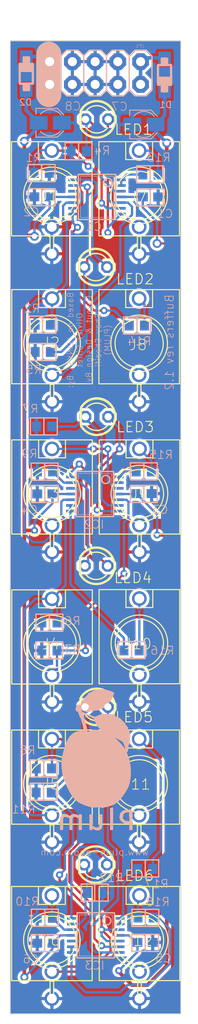
<source format=kicad_pcb>
(kicad_pcb (version 20240108) (generator "pcbnew") (generator_version "8.0")
  (layers (0 "F.Cu" signal) (31 "B.Cu" signal) (34 "B.Paste" user) (35 "F.Paste" user) (36 "B.SilkS" user "B.Silkscreen") (37 "F.SilkS" user "F.Silkscreen") (38 "B.Mask" user) (39 "F.Mask" user) (44 "Edge.Cuts" user))
  (net 0 "")
  (net 1 "GND")
  (net 2 "VEE")
  (net 3 "VCC")
  (net 4 "N$6")
  (net 5 "N$20")
  (net 6 "N$3")
  (net 7 "N$1")
  (net 8 "N$15")
  (net 9 "N$22")
  (net 10 "N$8")
  (net 11 "N$21")
  (net 12 "N$2")
  (net 13 "N$4")
  (net 14 "N$5")
  (net 15 "N$9")
  (net 16 "N$12")
  (net 17 "N$16")
  (net 18 "N$17")
  (net 19 "N$19")
  (net 20 "N$23")
  (net 21 "N$24")
  (net 22 "N$25")
  (net 23 "N$27")
  (net 24 "N$30")
  (net 25 "N$32")
  (net 26 "N$33")
  (net 27 "N$34")
  (net 28 "N$35")
  (net 29 "N$36")
  (net 30 "N$10")
  (net 31 "N$11")
  (net 32 "N$7")
  (net 33 "N$13")
  (net 34 "N$14")
  (net 35 "N$18")
  (footprint "Buffer_1.2:WQP-PJ301M-12_JACK_1021984" (layer "F.Cu") (at 143.629306 133.601579)
    (property "Reference" "J5")
    (property "Value" "WQP-PJ301M-12_JACK" (hide yes))
  )
  (footprint "Buffer_1.2:LED3MM" (layer "F.Cu") (at 148.6392 92.67645)
    (property "Reference" "LED3")
    (property "Value" "WP937EGW")
  )
  (footprint "Buffer_1.2:WQP-PJ301M-12_JACK_1021984" (layer "F.Cu") (at 153.395959 117.944557)
    (property "Reference" "J10")
    (property "Value" "WQP-PJ301M-12_JACK" (hide yes))
  )
  (footprint "Buffer_1.2:LED3MM" (layer "F.Cu") (at 148.518909 75.989097)
    (property "Reference" "LED2")
    (property "Value" "WP937EGW")
  )
  (footprint "Buffer_1.2:WQP-PJ301M-12_JACK_1021984" (layer "F.Cu") (at 143.610037 68.00336)
    (property "Reference" "J1")
    (property "Value" "WQP-PJ301M-12_JACK" (hide yes))
  )
  (footprint "Buffer_1.2:WQP-PJ301M-12_JACK_1021984" (layer "F.Cu") (at 143.640334 84.496669)
    (property "Reference" "J2")
    (property "Value" "WQP-PJ301M-12_JACK" (hide yes))
  )
  (footprint "Buffer_1.2:WQP-PJ301M-12_JACK_1021984" (layer "F.Cu") (at 153.409268 101.2536)
    (property "Reference" "J9")
    (property "Value" "WQP-PJ301M-12_JACK" (hide yes))
  )
  (footprint "Buffer_1.2:WQP-PJ301M-12_JACK_1021984" (layer "F.Cu") (at 153.4134 151.040013)
    (property "Reference" "J12")
    (property "Value" "WQP-PJ301M-12_JACK" (hide yes))
  )
  (footprint "Buffer_1.2:WQP-PJ301M-12_JACK_1021984" (layer "F.Cu") (at 143.639365 117.97496)
    (property "Reference" "J4")
    (property "Value" "WQP-PJ301M-12_JACK" (hide yes))
  )
  (footprint "Buffer_1.2:WQP-PJ301M-12_JACK_1021984" (layer "F.Cu") (at 153.373418 133.601579)
    (property "Reference" "J11")
    (property "Value" "WQP-PJ301M-12_JACK" (hide yes))
  )
  (footprint "Buffer_1.2:WQP-PJ301M-12_JACK_1021984" (layer "F.Cu") (at 143.621346 151.047288)
    (property "Reference" "J6")
    (property "Value" "WQP-PJ301M-12_JACK" (hide yes))
  )
  (footprint "Buffer_1.2:LED3MM" (layer "F.Cu") (at 148.505237 142.604491)
    (property "Reference" "LED6")
    (property "Value" "WP937EGW")
  )
  (footprint "Buffer_1.2:WQP-PJ301M-12_JACK_1021984" (layer "F.Cu") (at 153.373503 68.00336)
    (property "Reference" "J7")
    (property "Value" "WQP-PJ301M-12_JACK" (hide yes))
  )
  (footprint "Buffer_1.2:LED3MM" (layer "F.Cu") (at 148.604171 125.024679)
    (property "Reference" "LED5")
    (property "Value" "WP937EGW")
  )
  (footprint "Buffer_1.2:WQP-PJ301M-12_JACK_1021984" (layer "F.Cu") (at 143.63919 101.2536)
    (property "Reference" "J3")
    (property "Value" "WQP-PJ301M-12_JACK" (hide yes))
  )
  (footprint "Buffer_1.2:LED3MM" (layer "F.Cu") (at 148.579006 109.294547)
    (property "Reference" "LED4")
    (property "Value" "WP937EGW")
  )
  (footprint "Buffer_1.2:WQP-PJ301M-12_JACK_1021984" (layer "F.Cu") (at 153.371709 84.501354)
    (property "Reference" "J8")
    (property "Value" "WQP-PJ301M-12_JACK" (hide yes))
  )
  (footprint "Buffer_1.2:LED3MM" (layer "F.Cu") (at 148.639218 59.512679)
    (property "Reference" "LED1")
    (property "Value" "WP937EGW")
  )
  (footprint "Buffer_1.2:R0603_348" (layer "B.Cu") (at 154.629009 65.666229)
    (property "Reference" "R13")
    (property "Value" "51")
  )
  (footprint "Buffer_1.2:R0603_348" (layer "B.Cu") (at 153.892365 98.774669)
    (property "Reference" "R15")
    (property "Value" "51")
  )
  (footprint "Buffer_1.2:PANASONIC_A_334" (layer "B.Cu") (at 143.43924 59.896154)
    (property "Reference" "C8")
    (property "Value" "4.7u")
  )
  (footprint "Buffer_1.2:TSSOP14" (layer "B.Cu") (at 148.525675 150.498444 -90)
    (property "Reference" "IC3")
    (property "Value" "OPA4171")
  )
  (footprint "Buffer_1.2:C0603_334" (layer "B.Cu") (at 154.643912 68.165772)
    (property "Reference" "C1")
    (property "Value" "100n")
  )
  (footprint "Buffer_1.2:R0603_334" (layer "B.Cu") (at 142.708218 134.57336 180)
    (property "Reference" "R11")
    (property "Value" "1.0k")
  )
  (footprint "Buffer_1.2:R0603_348" (layer "B.Cu") (at 152.520359 118.728632)
    (property "Reference" "R16")
    (property "Value" "51")
  )
  (footprint "Buffer_1.2:C0603_334" (layer "B.Cu") (at 142.516378 68.156438)
    (property "Reference" "C2")
    (property "Value" "100n")
  )
  (footprint "Buffer_1.2:R0603_348" (layer "B.Cu") (at 143.344662 118.733335)
    (property "Reference" "R3")
    (property "Value" "680k")
  )
  (footprint "Buffer_1.2:R0603_334" (layer "B.Cu") (at 142.751218 93.766241 180)
    (property "Reference" "R7")
    (property "Value" "1.0k")
  )
  (footprint "Buffer_1.2:C0603_334" (layer "B.Cu") (at 142.838921 101.275007)
    (property "Reference" "C4")
    (property "Value" "100n")
  )
  (footprint "Buffer_1.2:TSSOP14" (layer "B.Cu") (at 148.421937 101.290907 -90)
    (property "Reference" "IC2")
    (property "Value" "OPA4171")
  )
  (footprint "Buffer_1.2:R0603_348" (layer "B.Cu") (at 154.093478 148.5098 180)
    (property "Reference" "R18")
    (property "Value" "51")
  )
  (footprint "Buffer_1.2:R0603_348" (layer "B.Cu") (at 153.115131 82.505691)
    (property "Reference" "R14")
    (property "Value" "51")
  )
  (footprint "Buffer_1.2:R0603_334" (layer "B.Cu") (at 146.632243 63.084697 180)
    (property "Reference" "R4")
    (property "Value" "1.0k")
  )
  (footprint "Buffer_1.2:R0603_334" (layer "B.Cu") (at 142.848834 98.772782 180)
    (property "Reference" "R9")
    (property "Value" "1.0k")
  )
  (footprint "Buffer_1.2:R0603_348" (layer "B.Cu") (at 142.477281 65.490282 180)
    (property "Reference" "R1")
    (property "Value" "680k")
  )
  (footprint "Buffer_1.2:AVR_ICSP" (layer "B.Cu") (at 148.4511 54.3516 -90)
    (property "Reference" "JP1")
    (property "Value" "M05X2PTH")
  )
  (footprint "Buffer_1.2:TSSOP14" (layer "B.Cu") (at 148.659709 68.163094 -90)
    (property "Reference" "IC1")
    (property "Value" "OPA4171")
  )
  (footprint "Buffer_1.2:R0603_348" (layer "B.Cu") (at 142.598496 82.416591)
    (property "Reference" "R2")
    (property "Value" "680k")
  )
  (footprint "Buffer_1.2:R0603_348" (layer "B.Cu") (at 143.346675 115.617432)
    (property "Reference" "R6")
    (property "Value" "680k")
  )
  (footprint "Buffer_1.2:R0603_348" (layer "B.Cu") (at 142.829584 148.541797)
    (property "Reference" "R10")
    (property "Value" "680k")
  )
  (footprint "Buffer_1.2:PANASONIC_A_334" (layer "B.Cu") (at 153.908462 60.0863)
    (property "Reference" "C7")
    (property "Value" "4.7u")
  )
  (footprint "Buffer_1.2:C0603_334" (layer "B.Cu") (at 153.9124 101.242613)
    (property "Reference" "C3")
    (property "Value" "100n")
  )
  (footprint "Buffer_1.2:R0603_348" (layer "B.Cu") (at 154.042937 143.085247)
    (property "Reference" "R17")
    (property "Value" "51")
  )
  (footprint "Buffer_1.2:SOD123_210" (layer "B.Cu") (at 140.751175 54.419966 -90)
    (property "Reference" "D2")
    (property "Value" "1N5819HW")
  )
  (footprint "Buffer_1.2:SOD123_210" (layer "B.Cu") (at 156.221906 54.566004 90)
    (property "Reference" "D1")
    (property "Value" "1N5819HW")
  )
  (footprint "Buffer_1.2:C0603_334" (layer "B.Cu") (at 154.036112 151.281007)
    (property "Reference" "C5")
    (property "Value" "100n")
  )
  (footprint "Buffer_1.2:R0603_334" (layer "B.Cu") (at 148.410193 145.780175)
    (property "Reference" "R12")
    (property "Value" "1.0k")
  )
  (footprint "Buffer_1.2:R0603_334" (layer "B.Cu") (at 142.603093 85.45141 180)
    (property "Reference" "R5")
    (property "Value" "1.0k")
  )
  (footprint "Buffer_1.2:C0603_334" (layer "B.Cu") (at 142.834568 151.372441)
    (property "Reference" "C6")
    (property "Value" "100n")
  )
  (footprint "Buffer_1.2:R0603_348" (layer "B.Cu") (at 142.732893 131.886613)
    (property "Reference" "R8")
    (property "Value" "680k")
  )
  (gr_line (start 142.689162 135.428547) (end 141.189162 135.428547) (stroke (width 0.1524)) (layer "B.SilkS"))
  (gr_line (start 142.4761 64.5536) (end 143.9761 64.5536) (stroke (width 0.1524)) (layer "B.SilkS"))
  (gr_line (start 155.553615 152.282285) (end 154.053615 152.282285) (stroke (width 0.1524)) (layer "B.SilkS"))
  (gr_line (start 154.064418 147.594388) (end 155.564418 147.594388) (stroke (width 0.1524)) (layer "B.SilkS"))
  (gr_line (start 152.564418 149.494388) (end 152.564418 147.594388) (stroke (width 0.1524)) (layer "B.SilkS"))
  (gr_line (start 146.603178 62.118066) (end 146.603178 64.018066) (stroke (width 0.1524)) (layer "B.SilkS"))
  (gr_line (start 144.224675 92.804647) (end 144.224675 94.704647) (stroke (width 0.1524)) (layer "B.SilkS"))
  (gr_line (start 142.831218 102.228366) (end 141.331218 102.228366) (stroke (width 0.1524)) (layer "B.SilkS"))
  (gr_line (start 156.12184 67.270141) (end 156.12184 69.170141) (stroke (width 0.1524)) (layer "B.SilkS"))
  (gr_line (start 154.62184 67.270141) (end 156.12184 67.270141) (stroke (width 0.1524)) (layer "B.SilkS"))
  (gr_line (start 153.130253 83.436813) (end 151.630253 83.436813) (stroke (width 0.1524)) (layer "B.SilkS"))
  (gr_line (start 141.313462 97.844119) (end 142.813462 97.844119) (stroke (width 0.1524)) (layer "B.SilkS"))
  (gr_line (start 154.604081 64.697172) (end 154.604081 66.597172) (stroke (width 0.1524)) (layer "B.SilkS"))
  (gr_line (start 143.9761 66.4536) (end 142.4761 66.4536) (stroke (width 0.1524)) (layer "B.SilkS"))
  (gr_line (start 142.4761 64.5536) (end 142.4761 66.4536) (stroke (width 0.1524)) (layer "B.SilkS"))
  (gr_line (start 154.62184 69.170141) (end 153.12184 69.170141) (stroke (width 0.1524)) (layer "B.SilkS"))
  (gr_line (start 143.346168 116.583763) (end 141.846168 116.583763) (stroke (width 0.1524)) (layer "B.SilkS"))
  (gr_line (start 155.510975 53.473482) (end 155.4761 53.4536) (stroke (width 0.254)) (layer "B.SilkS"))
  (gr_line (start 153.12184 67.270141) (end 154.62184 67.270141) (stroke (width 0.1524)) (layer "B.SilkS"))
  (gr_line (start 154.053615 152.282285) (end 152.553615 152.282285) (stroke (width 0.1524)) (layer "B.SilkS"))
  (gr_line (start 142.5761 83.3536) (end 141.0761 83.3536) (stroke (width 0.1524)) (layer "B.SilkS"))
  (gr_line (start 155.553615 142.082285) (end 155.553615 143.982285) (stroke (width 0.1524)) (layer "B.SilkS"))
  (gr_line (start 152.393803 102.228366) (end 152.393803 100.328366) (stroke (width 0.1524)) (layer "B.SilkS"))
  (gr_line (start 143.328412 119.671325) (end 141.828412 119.671325) (stroke (width 0.1524)) (layer "B.SilkS"))
  (gr_line (start 153.893803 100.328366) (end 155.393803 100.328366) (stroke (width 0.1524)) (layer "B.SilkS"))
  (gr_line (start 142.582621 84.500166) (end 142.582621 86.400166) (stroke (width 0.1524)) (layer "B.SilkS"))
  (gr_line (start 142.813462 97.844119) (end 142.813462 99.744119) (stroke (width 0.1524)) (layer "B.SilkS"))
  (gr_line (start 142.831218 100.328366) (end 144.331218 100.328366) (stroke (width 0.1524)) (layer "B.SilkS"))
  (gr_line (start 141.331218 102.228366) (end 141.331218 100.328366) (stroke (width 0.1524)) (layer "B.SilkS"))
  (gr_line (start 153.104081 66.597172) (end 153.104081 64.697172) (stroke (width 0.1524)) (layer "B.SilkS"))
  (gr_line (start 156.922162 53.455741) (end 155.510975 53.473482) (stroke (width 0.254)) (layer "B.SilkS"))
  (gr_line (start 155.564418 147.594388) (end 155.564418 149.494388) (stroke (width 0.1524)) (layer "B.SilkS"))
  (gr_line (start 154.630253 81.536813) (end 154.630253 83.436813) (stroke (width 0.1524)) (layer "B.SilkS"))
  (gr_line (start 141.224675 92.804647) (end 142.724675 92.804647) (stroke (width 0.1524)) (layer "B.SilkS"))
  (gr_line (start 144.189162 133.528547) (end 144.189162 135.428547) (stroke (width 0.1524)) (layer "B.SilkS"))
  (gr_line (start 154.053615 142.082285) (end 154.053615 143.982285) (stroke (width 0.1524)) (layer "B.SilkS"))
  (gr_line (start 141.313462 150.421422) (end 142.813462 150.421422) (stroke (width 0.1524)) (layer "B.SilkS"))
  (gr_line (start 154.053615 150.382285) (end 155.553615 150.382285) (stroke (width 0.1524)) (layer "B.SilkS"))
  (gr_line (start 142.706918 130.937832) (end 144.206918 130.937832) (stroke (width 0.1524)) (layer "B.SilkS"))
  (gr_line (start 155.553615 143.982285) (end 154.053615 143.982285) (stroke (width 0.1524)) (layer "B.SilkS"))
  (gr_line (start 153.893803 100.328366) (end 153.893803 102.228366) (stroke (width 0.1524)) (layer "B.SilkS"))
  (gr_line (start 144.846168 116.583763) (end 143.346168 116.583763) (stroke (width 0.1524)) (layer "B.SilkS"))
  (gr_line (start 144.828412 117.771325) (end 144.828412 119.671325) (stroke (width 0.1524)) (layer "B.SilkS"))
  (gr_line (start 152.393803 99.708629) (end 152.393803 97.808629) (stroke (width 0.1524)) (layer "B.SilkS"))
  (gr_line (start 149.906903 144.778635) (end 149.906903 146.678635) (stroke (width 0.1524)) (layer "B.SilkS"))
  (gr_line (start 148.406903 144.778635) (end 148.406903 146.678635) (stroke (width 0.1524)) (layer "B.SilkS"))
  (gr_line (start 152.526518 117.735835) (end 152.526518 119.635835) (stroke (width 0.1524)) (layer "B.SilkS"))
  (gr_line (start 152.564418 147.594388) (end 154.064418 147.594388) (stroke (width 0.1524)) (layer "B.SilkS"))
  (gr_line (start 155.393803 99.708629) (end 153.893803 99.708629) (stroke (width 0.1524)) (layer "B.SilkS"))
  (gr_line (start 145.103178 64.018066) (end 145.103178 62.118066) (stroke (width 0.1524)) (layer "B.SilkS"))
  (gr_line (start 142.813462 150.421422) (end 142.813462 152.321422) (stroke (width 0.1524)) (layer "B.SilkS"))
  (gr_line (start 144.0761 83.3536) (end 142.5761 83.3536) (stroke (width 0.1524)) (layer "B.SilkS"))
  (gr_line (start 146.906903 146.678635) (end 146.906903 144.778635) (stroke (width 0.1524)) (layer "B.SilkS"))
  (gr_line (start 151.630253 81.536813) (end 153.130253 81.536813) (stroke (width 0.1524)) (layer "B.SilkS"))
  (gr_line (start 154.064418 147.594388) (end 154.064418 149.494388) (stroke (width 0.1524)) (layer "B.SilkS"))
  (gr_line (start 155.564418 149.494388) (end 154.064418 149.494388) (stroke (width 0.1524)) (layer "B.SilkS"))
  (gr_line (start 146.603178 62.118066) (end 148.103178 62.118066) (stroke (width 0.1524)) (layer "B.SilkS"))
  (gr_line (start 155.393803 102.228366) (end 153.893803 102.228366) (stroke (width 0.1524)) (layer "B.SilkS"))
  (gr_line (start 143.346168 114.683763) (end 144.846168 114.683763) (stroke (width 0.1524)) (layer "B.SilkS"))
  (gr_line (start 144.313462 97.844119) (end 144.313462 99.744119) (stroke (width 0.1524)) (layer "B.SilkS"))
  (gr_line (start 142.831218 147.582285) (end 142.831218 149.482285) (stroke (width 0.1524)) (layer "B.SilkS"))
  (gr_line (start 144.846168 114.683763) (end 144.846168 116.583763) (stroke (width 0.1524)) (layer "B.SilkS"))
  (gr_line (start 142.813462 152.321422) (end 141.313462 152.321422) (stroke (width 0.1524)) (layer "B.SilkS"))
  (gr_line (start 154.053615 142.082285) (end 155.553615 142.082285) (stroke (width 0.1524)) (layer "B.SilkS"))
  (gr_line (start 143.346168 114.683763) (end 143.346168 116.583763) (stroke (width 0.1524)) (layer "B.SilkS"))
  (gr_line (start 154.026518 117.735835) (end 154.026518 119.635835) (stroke (width 0.1524)) (layer "B.SilkS"))
  (gr_line (start 146.906903 144.778635) (end 148.406903 144.778635) (stroke (width 0.1524)) (layer "B.SilkS"))
  (gr_line (start 144.206918 132.837832) (end 142.706918 132.837832) (stroke (width 0.1524)) (layer "B.SilkS"))
  (gr_line (start 141.189162 135.428547) (end 141.189162 133.528547) (stroke (width 0.1524)) (layer "B.SilkS"))
  (gr_line (start 140.195615 55.542304) (end 140.049553 55.540163) (stroke (width 0.254)) (layer "B.SilkS"))
  (gr_line (start 142.831218 147.582285) (end 144.331218 147.582285) (stroke (width 0.1524)) (layer "B.SilkS"))
  (gr_line (start 151.026518 117.735835) (end 152.526518 117.735835) (stroke (width 0.1524)) (layer "B.SilkS"))
  (gr_line (start 152.526518 119.635835) (end 151.026518 119.635835) (stroke (width 0.1524)) (layer "B.SilkS"))
  (gr_line (start 143.9761 67.2536) (end 143.9761 69.1536) (stroke (width 0.1524)) (layer "B.SilkS"))
  (gr_line (start 144.331218 102.228366) (end 142.831218 102.228366) (stroke (width 0.1524)) (layer "B.SilkS"))
  (gr_line (start 141.495615 55.542304) (end 141.495615 53.342304) (stroke (width 0.254)) (layer "B.SilkS"))
  (gr_line (start 151.026518 119.635835) (end 151.026518 117.735835) (stroke (width 0.1524)) (layer "B.SilkS"))
  (gr_line (start 141.082621 86.400166) (end 141.082621 84.500166) (stroke (width 0.1524)) (layer "B.SilkS"))
  (gr_line (start 152.553615 142.082285) (end 154.053615 142.082285) (stroke (width 0.1524)) (layer "B.SilkS"))
  (gr_line (start 153.893803 97.808629) (end 153.893803 99.708629) (stroke (width 0.1524)) (layer "B.SilkS"))
  (gr_line (start 144.313462 152.321422) (end 142.813462 152.321422) (stroke (width 0.1524)) (layer "B.SilkS"))
  (gr_line (start 142.724675 94.704647) (end 141.224675 94.704647) (stroke (width 0.1524)) (layer "B.SilkS"))
  (gr_line (start 140.9761 64.5536) (end 142.4761 64.5536) (stroke (width 0.1524)) (layer "B.SilkS"))
  (gr_line (start 140.9761 69.1536) (end 140.9761 67.2536) (stroke (width 0.1524)) (layer "B.SilkS"))
  (gr_line (start 140.049553 55.540163) (end 141.46074 55.522422) (stroke (width 0.254)) (layer "B.SilkS"))
  (gr_line (start 141.46074 55.522422) (end 141.495615 55.542304) (stroke (width 0.254)) (layer "B.SilkS"))
  (gr_line (start 141.828412 117.771325) (end 143.328412 117.771325) (stroke (width 0.1524)) (layer "B.SilkS"))
  (gr_line (start 141.206918 130.937832) (end 142.706918 130.937832) (stroke (width 0.1524)) (layer "B.SilkS"))
  (gr_line (start 154.053615 143.982285) (end 152.553615 143.982285) (stroke (width 0.1524)) (layer "B.SilkS"))
  (gr_line (start 141.0761 81.4536) (end 142.5761 81.4536) (stroke (width 0.1524)) (layer "B.SilkS"))
  (gr_line (start 143.9761 69.1536) (end 142.4761 69.1536) (stroke (width 0.1524)) (layer "B.SilkS"))
  (gr_line (start 151.630253 83.436813) (end 151.630253 81.536813) (stroke (width 0.1524)) (layer "B.SilkS"))
  (gr_line (start 141.189162 133.528547) (end 142.689162 133.528547) (stroke (width 0.1524)) (layer "B.SilkS"))
  (gr_line (start 141.828412 119.671325) (end 141.828412 117.771325) (stroke (width 0.1524)) (layer "B.SilkS"))
  (gr_line (start 144.313462 150.421422) (end 144.313462 152.321422) (stroke (width 0.1524)) (layer "B.SilkS"))
  (gr_line (start 152.393803 97.808629) (end 153.893803 97.808629) (stroke (width 0.1524)) (layer "B.SilkS"))
  (gr_line (start 154.62184 67.270141) (end 154.62184 69.170141) (stroke (width 0.1524)) (layer "B.SilkS"))
  (gr_line (start 142.4761 66.4536) (end 140.9761 66.4536) (stroke (width 0.1524)) (layer "B.SilkS"))
  (gr_line (start 154.053615 150.382285) (end 154.053615 152.282285) (stroke (width 0.1524)) (layer "B.SilkS"))
  (gr_line (start 152.553615 150.382285) (end 154.053615 150.382285) (stroke (width 0.1524)) (layer "B.SilkS"))
  (gr_line (start 152.553615 143.982285) (end 152.553615 142.082285) (stroke (width 0.1524)) (layer "B.SilkS"))
  (gr_line (start 156.104081 64.697172) (end 156.104081 66.597172) (stroke (width 0.1524)) (layer "B.SilkS"))
  (gr_line (start 141.0761 83.3536) (end 141.0761 81.4536) (stroke (width 0.1524)) (layer "B.SilkS"))
  (gr_line (start 142.813462 99.744119) (end 141.313462 99.744119) (stroke (width 0.1524)) (layer "B.SilkS"))
  (gr_line (start 142.813462 97.844119) (end 144.313462 97.844119) (stroke (width 0.1524)) (layer "B.SilkS"))
  (gr_line (start 155.553615 150.382285) (end 155.553615 152.282285) (stroke (width 0.1524)) (layer "B.SilkS"))
  (gr_line (start 153.130253 81.536813) (end 154.630253 81.536813) (stroke (width 0.1524)) (layer "B.SilkS"))
  (gr_line (start 155.393803 97.808629) (end 155.393803 99.708629) (stroke (width 0.1524)) (layer "B.SilkS"))
  (gr_line (start 140.9761 67.2536) (end 142.4761 67.2536) (stroke (width 0.1524)) (layer "B.SilkS"))
  (gr_line (start 142.5761 81.4536) (end 144.0761 81.4536) (stroke (width 0.1524)) (layer "B.SilkS"))
  (gr_line (start 142.4761 67.2536) (end 142.4761 69.1536) (stroke (width 0.1524)) (layer "B.SilkS"))
  (gr_line (start 143.9761 64.5536) (end 143.9761 66.4536) (stroke (width 0.1524)) (layer "B.SilkS"))
  (gr_line (start 144.828412 119.671325) (end 143.328412 119.671325) (stroke (width 0.1524)) (layer "B.SilkS"))
  (gr_line (start 141.495615 53.342304) (end 140.022925 53.331419) (stroke (width 0.254)) (layer "B.SilkS"))
  (gr_line (start 142.831218 149.482285) (end 141.331218 149.482285) (stroke (width 0.1524)) (layer "B.SilkS"))
  (gr_line (start 142.4761 69.1536) (end 140.9761 69.1536) (stroke (width 0.1524)) (layer "B.SilkS"))
  (gr_line (start 154.026518 119.635835) (end 152.526518 119.635835) (stroke (width 0.1524)) (layer "B.SilkS"))
  (gr_line (start 143.328412 117.771325) (end 143.328412 119.671325) (stroke (width 0.1524)) (layer "B.SilkS"))
  (gr_line (start 148.406903 146.678635) (end 146.906903 146.678635) (stroke (width 0.1524)) (layer "B.SilkS"))
  (gr_line (start 142.689162 133.528547) (end 142.689162 135.428547) (stroke (width 0.1524)) (layer "B.SilkS"))
  (gr_line (start 141.331218 100.328366) (end 142.831218 100.328366) (stroke (width 0.1524)) (layer "B.SilkS"))
  (gr_line (start 142.706918 132.837832) (end 141.206918 132.837832) (stroke (width 0.1524)) (layer "B.SilkS"))
  (gr_line (start 141.846168 114.683763) (end 143.346168 114.683763) (stroke (width 0.1524)) (layer "B.SilkS"))
  (gr_line (start 141.082621 84.500166) (end 142.582621 84.500166) (stroke (width 0.1524)) (layer "B.SilkS"))
  (gr_line (start 148.103178 62.118066) (end 148.103178 64.018066) (stroke (width 0.1524)) (layer "B.SilkS"))
  (gr_line (start 154.064418 149.494388) (end 152.564418 149.494388) (stroke (width 0.1524)) (layer "B.SilkS"))
  (gr_line (start 142.582621 86.400166) (end 141.082621 86.400166) (stroke (width 0.1524)) (layer "B.SilkS"))
  (gr_line (start 152.393803 100.328366) (end 153.893803 100.328366) (stroke (width 0.1524)) (layer "B.SilkS"))
  (gr_line (start 144.206918 130.937832) (end 144.206918 132.837832) (stroke (width 0.1524)) (layer "B.SilkS"))
  (gr_line (start 144.331218 100.328366) (end 144.331218 102.228366) (stroke (width 0.1524)) (layer "B.SilkS"))
  (gr_line (start 144.082621 84.500166) (end 144.082621 86.400166) (stroke (width 0.1524)) (layer "B.SilkS"))
  (gr_line (start 156.12184 69.170141) (end 154.62184 69.170141) (stroke (width 0.1524)) (layer "B.SilkS"))
  (gr_line (start 153.104081 64.697172) (end 154.604081 64.697172) (stroke (width 0.1524)) (layer "B.SilkS"))
  (gr_line (start 142.689162 133.528547) (end 144.189162 133.528547) (stroke (width 0.1524)) (layer "B.SilkS"))
  (gr_line (start 144.0761 81.4536) (end 144.0761 83.3536) (stroke (width 0.1524)) (layer "B.SilkS"))
  (gr_line (start 148.103178 64.018066) (end 146.603178 64.018066) (stroke (width 0.1524)) (layer "B.SilkS"))
  (gr_line (start 140.9761 66.4536) (end 140.9761 64.5536) (stroke (width 0.1524)) (layer "B.SilkS"))
  (gr_line (start 143.2761 52.2536) (end 143.2761 56.7536) (stroke (width 2.8)) (layer "B.SilkS"))
  (gr_line (start 153.893803 97.808629) (end 155.393803 97.808629) (stroke (width 0.1524)) (layer "B.SilkS"))
  (gr_line (start 153.893803 102.228366) (end 152.393803 102.228366) (stroke (width 0.1524)) (layer "B.SilkS"))
  (gr_line (start 144.224675 94.704647) (end 142.724675 94.704647) (stroke (width 0.1524)) (layer "B.SilkS"))
  (gr_line (start 156.104081 66.597172) (end 154.604081 66.597172) (stroke (width 0.1524)) (layer "B.SilkS"))
  (gr_line (start 140.022925 53.331419) (end 140.0318 55.522422) (stroke (width 0.254)) (layer "B.SilkS"))
  (gr_line (start 156.7761 53.4536) (end 156.922162 53.455741) (stroke (width 0.254)) (layer "B.SilkS"))
  (gr_line (start 148.406903 144.778635) (end 149.906903 144.778635) (stroke (width 0.1524)) (layer "B.SilkS"))
  (gr_line (start 144.189162 135.428547) (end 142.689162 135.428547) (stroke (width 0.1524)) (layer "B.SilkS"))
  (gr_line (start 142.706918 130.937832) (end 142.706918 132.837832) (stroke (width 0.1524)) (layer "B.SilkS"))
  (gr_line (start 141.331218 147.582285) (end 142.831218 147.582285) (stroke (width 0.1524)) (layer "B.SilkS"))
  (gr_line (start 142.813462 150.421422) (end 144.313462 150.421422) (stroke (width 0.1524)) (layer "B.SilkS"))
  (gr_line (start 155.4761 53.4536) (end 155.4761 55.6536) (stroke (width 0.254)) (layer "B.SilkS"))
  (gr_line (start 156.94879 55.664485) (end 156.939915 53.473482) (stroke (width 0.254)) (layer "B.SilkS"))
  (gr_line (start 153.130253 81.536813) (end 153.130253 83.436813) (stroke (width 0.1524)) (layer "B.SilkS"))
  (gr_line (start 144.331218 149.482285) (end 142.831218 149.482285) (stroke (width 0.1524)) (layer "B.SilkS"))
  (gr_line (start 141.206918 132.837832) (end 141.206918 130.937832) (stroke (width 0.1524)) (layer "B.SilkS"))
  (gr_line (start 146.603178 64.018066) (end 145.103178 64.018066) (stroke (width 0.1524)) (layer "B.SilkS"))
  (gr_line (start 143.328412 117.771325) (end 144.828412 117.771325) (stroke (width 0.1524)) (layer "B.SilkS"))
  (gr_line (start 144.331218 147.582285) (end 144.331218 149.482285) (stroke (width 0.1524)) (layer "B.SilkS"))
  (gr_line (start 142.724675 92.804647) (end 144.224675 92.804647) (stroke (width 0.1524)) (layer "B.SilkS"))
  (gr_line (start 141.846168 116.583763) (end 141.846168 114.683763) (stroke (width 0.1524)) (layer "B.SilkS"))
  (gr_line (start 145.103178 62.118066) (end 146.603178 62.118066) (stroke (width 0.1524)) (layer "B.SilkS"))
  (gr_line (start 142.4761 67.2536) (end 143.9761 67.2536) (stroke (width 0.1524)) (layer "B.SilkS"))
  (gr_line (start 141.224675 94.704647) (end 141.224675 92.804647) (stroke (width 0.1524)) (layer "B.SilkS"))
  (gr_line (start 154.604081 66.597172) (end 153.104081 66.597172) (stroke (width 0.1524)) (layer "B.SilkS"))
  (gr_line (start 142.5761 81.4536) (end 142.5761 83.3536) (stroke (width 0.1524)) (layer "B.SilkS"))
  (gr_line (start 153.12184 69.170141) (end 153.12184 67.270141) (stroke (width 0.1524)) (layer "B.SilkS"))
  (gr_line (start 144.082621 86.400166) (end 142.582621 86.400166) (stroke (width 0.1524)) (layer "B.SilkS"))
  (gr_line (start 153.893803 99.708629) (end 152.393803 99.708629) (stroke (width 0.1524)) (layer "B.SilkS"))
  (gr_line (start 154.604081 64.697172) (end 156.104081 64.697172) (stroke (width 0.1524)) (layer "B.SilkS"))
  (gr_line (start 152.526518 117.735835) (end 154.026518 117.735835) (stroke (width 0.1524)) (layer "B.SilkS"))
  (gr_line (start 152.553615 152.282285) (end 152.553615 150.382285) (stroke (width 0.1524)) (layer "B.SilkS"))
  (gr_line (start 142.724675 92.804647) (end 142.724675 94.704647) (stroke (width 0.1524)) (layer "B.SilkS"))
  (gr_line (start 141.331218 149.482285) (end 141.331218 147.582285) (stroke (width 0.1524)) (layer "B.SilkS"))
  (gr_line (start 155.393803 100.328366) (end 155.393803 102.228366) (stroke (width 0.1524)) (layer "B.SilkS"))
  (gr_line (start 142.582621 84.500166) (end 144.082621 84.500166) (stroke (width 0.1524)) (layer "B.SilkS"))
  (gr_line (start 149.906903 146.678635) (end 148.406903 146.678635) (stroke (width 0.1524)) (layer "B.SilkS"))
  (gr_line (start 154.630253 83.436813) (end 153.130253 83.436813) (stroke (width 0.1524)) (layer "B.SilkS"))
  (gr_line (start 141.313462 152.321422) (end 141.313462 150.421422) (stroke (width 0.1524)) (layer "B.SilkS"))
  (gr_line (start 141.313462 99.744119) (end 141.313462 97.844119) (stroke (width 0.1524)) (layer "B.SilkS"))
  (gr_line (start 155.4761 55.6536) (end 156.94879 55.664485) (stroke (width 0.254)) (layer "B.SilkS"))
  (gr_line (start 144.313462 99.744119) (end 142.813462 99.744119) (stroke (width 0.1524)) (layer "B.SilkS"))
  (gr_line (start 142.831218 100.328366) (end 142.831218 102.228366) (stroke (width 0.1524)) (layer "B.SilkS"))
  (gr_arc (start 147.4061 91.0436) (mid 150.2711 91.4186) (end 149.8961 94.2836) (stroke (width 0.254)) (layer "F.SilkS"))
  (gr_arc (start 147.3361 107.6836) (mid 150.2011 108.0586) (end 149.8261 110.9236) (stroke (width 0.254)) (layer "F.SilkS"))
  (gr_arc (start 147.4061 57.8936) (mid 150.2711 58.2686) (end 149.8961 61.1336) (stroke (width 0.254)) (layer "F.SilkS"))
  (gr_arc (start 147.2561 74.3736) (mid 150.1211 74.7486) (end 149.7461 77.6136) (stroke (width 0.254)) (layer "F.SilkS"))
  (gr_line (start 146.6861 75.0536) (end 146.6861 76.9336) (stroke (width 0.254)) (layer "F.SilkS"))
  (gr_arc (start 147.3761 123.4136) (mid 150.2411 123.7886) (end 149.8661 126.6536) (stroke (width 0.254)) (layer "F.SilkS"))
  (gr_line (start 146.8061 124.0936) (end 146.8061 125.9736) (stroke (width 0.254)) (layer "F.SilkS"))
  (gr_line (start 146.7661 108.3636) (end 146.7661 110.2436) (stroke (width 0.254)) (layer "F.SilkS"))
  (gr_line (start 146.8361 58.5736) (end 146.8361 60.4536) (stroke (width 0.254)) (layer "F.SilkS"))
  (gr_arc (start 147.2461 140.9936) (mid 150.1111 141.3686) (end 149.7361 144.2336) (stroke (width 0.254)) (layer "F.SilkS"))
  (gr_line (start 146.8661 91.7536) (end 146.8661 93.6336) (stroke (width 0.254)) (layer "F.SilkS"))
  (gr_line (start 146.6761 141.6736) (end 146.6761 143.5536) (stroke (width 0.254)) (layer "F.SilkS"))
  (gr_line (start 138.9761 159.2536) (end 158.0261 159.2536) (stroke (width 0.1)) (layer "Edge.Cuts"))
  (gr_line (start 138.9761 50.7536) (end 138.9761 159.2536) (stroke (width 0.1)) (layer "Edge.Cuts"))
  (gr_line (start 158.0261 159.2536) (end 158.0261 50.7536) (stroke (width 0.1)) (layer "Edge.Cuts"))
  (gr_line (start 158.0261 50.7536) (end 138.9761 50.7536) (stroke (width 0.1)) (layer "Edge.Cuts"))
  (gr_text "www.plum-audio.com" (at 154.4761 141.6536 0) (layer "B.SilkS") (effects (font (size 0.747776 0.747776) (thickness 0.065024)) (justify left bottom mirror)))
  (gr_text "Based on \"LINKS\" By:\nOlivier Gillet\nLayout & Design By:\nShay Shezifi\n(PLUM)" (at 147.7561 84.1236 90) (layer "B.SilkS") (effects (font (size 0.644 0.644) (thickness 0.056)) (justify mirror)))
  (gr_text "Buffers rev 1.2" (at 156.7561 84.3736 90) (layer "B.SilkS") (effects (font (size 0.93472 0.93472) (thickness 0.08128)) (justify mirror)))
  (via (at 148.7361 144.0736) (size 0.8064) (drill 0.4) (layers "F.Cu" "B.Cu") (net 1))
  (segment (start 149.260193 145.780175) (end 149.260193 144.597694) (width 0.254) (layer "B.Cu") (net 1))
  (segment (start 149.260193 144.597694) (end 148.7361 144.0736) (width 0.254) (layer "B.Cu") (net 1))
  (segment (start 141.5761 72.4536) (end 141.6761 72.5536) (width 0.4064) (layer "F.Cu") (net 2))
  (segment (start 140.5453 105.3536) (end 140.5453 155.1536) (width 0.4064) (layer "F.Cu") (net 2))
  (segment (start 140.5453 72.4536) (end 141.5761 72.4536) (width 0.4064) (layer "F.Cu") (net 2))
  (segment (start 140.5453 61.9536) (end 140.5453 72.4536) (width 0.4064) (layer "F.Cu") (net 2))
  (segment (start 141.6761 105.3536) (end 140.5453 105.3536) (width 0.4064) (layer "F.Cu") (net 2))
  (segment (start 140.5453 72.4536) (end 140.5453 105.3536) (width 0.4064) (layer "F.Cu") (net 2))
  (via (at 140.5453 155.1536) (size 0.9064) (drill 0.5) (layers "F.Cu" "B.Cu") (net 2))
  (via (at 141.6761 105.3536) (size 0.8064) (drill 0.4) (layers "F.Cu" "B.Cu") (net 2))
  (via (at 140.5453 61.9536) (size 1.0064) (drill 0.6) (layers "F.Cu" "B.Cu") (net 2))
  (via (at 141.6761 72.5536) (size 1.0064) (drill 0.6) (layers "F.Cu" "B.Cu") (net 2))
  (segment (start 143.3761 69.4536) (end 143.3761 68.16616) (width 0.254) (layer "B.Cu") (net 2))
  (segment (start 140.5453 155.1536) (end 143.684568 152.014332) (width 0.254) (layer "B.Cu") (net 2))
  (segment (start 145.938843 68.16616) (end 143.3761 68.16616) (width 0.254) (layer "B.Cu") (net 2))
  (segment (start 140.751175 58.508088) (end 142.13924 59.896154) (width 0.4064) (layer "B.Cu") (net 2))
  (segment (start 141.6761 71.1536) (end 143.3761 69.4536) (width 0.254) (layer "B.Cu") (net 2))
  (segment (start 141.6761 104.3536) (end 143.688921 102.340779) (width 0.254) (layer "B.Cu") (net 2))
  (segment (start 143.684568 152.014332) (end 143.684568 151.372441) (width 0.254) (layer "B.Cu") (net 2))
  (segment (start 140.751175 56.319966) (end 140.751175 58.508088) (width 0.4064) (layer "B.Cu") (net 2))
  (segment (start 145.941909 68.163094) (end 145.938843 68.16616) (width 0.254) (layer "B.Cu") (net 2))
  (segment (start 142.13924 60.35966) (end 140.5453 61.9536) (width 0.4064) (layer "B.Cu") (net 2))
  (segment (start 145.704137 101.290907) (end 143.704821 101.290907) (width 0.254) (layer "B.Cu") (net 2))
  (segment (start 141.6761 105.3536) (end 141.6761 104.3536) (width 0.254) (layer "B.Cu") (net 2))
  (segment (start 145.807875 150.498444) (end 144.558565 150.498444) (width 0.254) (layer "B.Cu") (net 2))
  (segment (start 143.688921 102.340779) (end 143.688921 101.275007) (width 0.254) (layer "B.Cu") (net 2))
  (segment (start 141.6761 72.5536) (end 141.6761 71.1536) (width 0.254) (layer "B.Cu") (net 2))
  (segment (start 144.558565 150.498444) (end 143.684568 151.372441) (width 0.254) (layer "B.Cu") (net 2))
  (segment (start 143.704821 101.290907) (end 143.688921 101.275007) (width 0.254) (layer "B.Cu") (net 2))
  (segment (start 143.3761 68.16616) (end 143.366378 68.156438) (width 0.254) (layer "B.Cu") (net 2))
  (segment (start 142.13924 59.896154) (end 142.13924 60.35966) (width 0.4064) (layer "B.Cu") (net 2))
  (segment (start 156.4569 73.3536) (end 156.4569 105.9536) (width 0.4064) (layer "F.Cu") (net 3))
  (segment (start 156.3569 105.8536) (end 155.3761 105.8536) (width 0.4064) (layer "F.Cu") (net 3))
  (segment (start 152.5761 156.0436) (end 151.0961 154.5636) (width 0.4064) (layer "F.Cu") (net 3))
  (segment (start 156.4569 62.1536) (end 156.4569 73.3536) (width 0.4064) (layer "F.Cu") (net 3))
  (segment (start 156.4166 153.924182) (end 154.297181 156.0436) (width 0.4064) (layer "F.Cu") (net 3))
  (segment (start 156.4569 73.3536) (end 155.3761 73.3536) (width 0.254) (layer "F.Cu") (net 3))
  (segment (start 156.4166 153.0331) (end 156.4166 153.924182) (width 0.4064) (layer "F.Cu") (net 3))
  (segment (start 156.4569 105.9536) (end 156.4561 105.9528) (width 0.4064) (layer "F.Cu") (net 3))
  (segment (start 151.0961 154.5636) (end 151.0961 154.4336) (width 0.4064) (layer "F.Cu") (net 3))
  (segment (start 156.3569 105.8536) (end 156.4561 105.9528) (width 0.4064) (layer "F.Cu") (net 3))
  (segment (start 154.297181 156.0436) (end 152.5761 156.0436) (width 0.4064) (layer "F.Cu") (net 3))
  (segment (start 156.4561 152.9936) (end 156.4166 153.0331) (width 0.4064) (layer "F.Cu") (net 3))
  (segment (start 156.4561 105.9528) (end 156.4561 152.9936) (width 0.4064) (layer "F.Cu") (net 3))
  (via (at 156.4569 62.1536) (size 1.0064) (drill 0.6) (layers "F.Cu" "B.Cu") (net 3))
  (via (at 155.3761 73.3536) (size 1.0064) (drill 0.6) (layers "F.Cu" "B.Cu") (net 3))
  (via (at 151.0961 154.4336) (size 0.8064) (drill 0.4) (layers "F.Cu" "B.Cu") (net 3))
  (via (at 155.3761 105.8536) (size 0.8064) (drill 0.4) (layers "F.Cu" "B.Cu") (net 3))
  (segment (start 153.0624 101.242613) (end 155.3761 103.556313) (width 0.254) (layer "B.Cu") (net 3))
  (segment (start 153.7761 68.183585) (end 153.793912 68.165772) (width 0.254) (layer "B.Cu") (net 3))
  (segment (start 155.3761 70.9536) (end 155.3761 73.3536) (width 0.254) (layer "B.Cu") (net 3))
  (segment (start 153.7761 69.3536) (end 153.7761 68.183585) (width 0.254) (layer "B.Cu") (net 3))
  (segment (start 153.791234 68.163094) (end 151.377509 68.163094) (width 0.254) (layer "B.Cu") (net 3))
  (segment (start 153.014106 101.290907) (end 153.0624 101.242613) (width 0.254) (layer "B.Cu") (net 3))
  (segment (start 151.0961 154.4336) (end 153.186112 152.343588) (width 0.254) (layer "B.Cu") (net 3))
  (segment (start 153.793912 68.165772) (end 153.791234 68.163094) (width 0.254) (layer "B.Cu") (net 3))
  (segment (start 155.208462 60.0863) (end 155.208462 60.905163) (width 0.4064) (layer "B.Cu") (net 3))
  (segment (start 153.186112 151.4536) (end 153.186112 151.281007) (width 0.254) (layer "B.Cu") (net 3))
  (segment (start 151.243475 150.498444) (end 152.230956 150.498444) (width 0.254) (layer "B.Cu") (net 3))
  (segment (start 155.3761 105.8536) (end 155.3761 103.556313) (width 0.254) (layer "B.Cu") (net 3))
  (segment (start 151.139737 101.290907) (end 153.014106 101.290907) (width 0.254) (layer "B.Cu") (net 3))
  (segment (start 153.186112 152.343588) (end 153.186112 151.281007) (width 0.254) (layer "B.Cu") (net 3))
  (segment (start 155.208462 60.905163) (end 156.4569 62.1536) (width 0.4064) (layer "B.Cu") (net 3))
  (segment (start 156.221906 56.466004) (end 156.221906 59.072857) (width 0.4064) (layer "B.Cu") (net 3))
  (segment (start 152.230956 150.498444) (end 153.186112 151.4536) (width 0.254) (layer "B.Cu") (net 3))
  (segment (start 153.7761 69.3536) (end 155.3761 70.9536) (width 0.254) (layer "B.Cu") (net 3))
  (segment (start 156.221906 59.072857) (end 155.208462 60.0863) (width 0.4064) (layer "B.Cu") (net 3))
  (segment (start 143.3711 55.6216) (end 143.3711 53.0816) (width 0.4064) (layer "B.Cu") (net 4))
  (segment (start 142.809465 52.519966) (end 140.751175 52.519966) (width 0.4064) (layer "B.Cu") (net 4))
  (segment (start 143.3711 53.0816) (end 142.809465 52.519966) (width 0.4064) (layer "B.Cu") (net 4))
  (segment (start 153.946696 52.666004) (end 156.221906 52.666004) (width 0.4064) (layer "B.Cu") (net 5))
  (segment (start 153.5311 55.6216) (end 153.5311 53.0816) (width 0.4064) (layer "B.Cu") (net 5))
  (segment (start 153.5311 53.0816) (end 153.946696 52.666004) (width 0.4064) (layer "B.Cu") (net 5))
  (segment (start 151.377509 66.893094) (end 151.377509 66.258094) (width 0.254) (layer "B.Cu") (net 6))
  (segment (start 151.377509 66.258094) (end 151.969375 65.666229) (width 0.254) (layer "B.Cu") (net 6))
  (segment (start 151.969375 65.666229) (end 153.779009 65.666229) (width 0.254) (layer "B.Cu") (net 6))
  (segment (start 147.6761 64.7536) (end 145.925859 63.00336) (width 0.254) (layer "F.Cu") (net 7))
  (segment (start 145.925859 63.00336) (end 143.610037 63.00336) (width 0.254) (layer "F.Cu") (net 7))
  (via (at 147.6761 64.7536) (size 0.8064) (drill 0.4) (layers "F.Cu" "B.Cu") (net 7))
  (segment (start 151.377509 67.528094) (end 150.650593 67.528094) (width 0.254) (layer "B.Cu") (net 7))
  (segment (start 152.120593 68.798094) (end 152.5761 69.2536) (width 0.254) (layer "B.Cu") (net 7))
  (segment (start 148.0661 80.0336) (end 148.0661 84.6736) (width 0.254) (layer "B.Cu") (net 7))
  (segment (start 150.301606 67.528094) (end 149.9761 67.8536) (width 0.254) (layer "B.Cu") (net 7))
  (segment (start 144.743031 87.996669) (end 143.640334 87.996669) (width 0.254) (layer "B.Cu") (net 7))
  (segment (start 143.560278 62.9536) (end 143.610037 63.00336) (width 0.254) (layer "B.Cu") (net 7))
  (segment (start 150.2942 68.798094) (end 151.377509 68.798094) (width 0.254) (layer "B.Cu") (net 7))
  (segment (start 152.5761 69.2536) (end 152.5761 70.1536) (width 0.254) (layer "B.Cu") (net 7))
  (segment (start 148.0661 84.6736) (end 144.743031 87.996669) (width 0.254) (layer "B.Cu") (net 7))
  (segment (start 141.627281 65.490282) (end 141.627281 63.602419) (width 0.254) (layer "B.Cu") (net 7))
  (segment (start 151.377509 68.798094) (end 152.120593 68.798094) (width 0.254) (layer "B.Cu") (net 7))
  (segment (start 141.627281 63.602419) (end 142.2761 62.9536) (width 0.254) (layer "B.Cu") (net 7))
  (segment (start 151.2697 76.83) (end 148.0661 80.0336) (width 0.254) (layer "B.Cu") (net 7))
  (segment (start 149.9761 68.479994) (end 150.2942 68.798094) (width 0.254) (layer "B.Cu") (net 7))
  (segment (start 149.9761 67.8536) (end 149.9761 68.479994) (width 0.254) (layer "B.Cu") (net 7))
  (segment (start 150.650593 67.528094) (end 147.8761 64.7536) (width 0.254) (layer "B.Cu") (net 7))
  (segment (start 147.8761 64.7536) (end 147.6761 64.7536) (width 0.254) (layer "B.Cu") (net 7))
  (segment (start 142.2761 62.9536) (end 143.560278 62.9536) (width 0.254) (layer "B.Cu") (net 7))
  (segment (start 152.5761 70.1536) (end 151.2697 71.46) (width 0.254) (layer "B.Cu") (net 7))
  (segment (start 151.2697 71.46) (end 151.2697 76.83) (width 0.254) (layer "B.Cu") (net 7))
  (segment (start 151.377509 67.528094) (end 150.301606 67.528094) (width 0.254) (layer "B.Cu") (net 7))
  (segment (start 145.9761 78.4536) (end 148.3561 80.8336) (width 0.254) (layer "F.Cu") (net 8))
  (segment (start 149.4461 80.8336) (end 148.3561 80.8336) (width 0.254) (layer "F.Cu") (net 8))
  (segment (start 146.4761 71.5536) (end 145.9761 72.0536) (width 0.254) (layer "F.Cu") (net 8))
  (segment (start 145.9761 72.0536) (end 145.9761 78.4536) (width 0.254) (layer "F.Cu") (net 8))
  (via (at 149.4461 80.8336) (size 0.8064) (drill 0.4) (layers "F.Cu" "B.Cu") (net 8))
  (via (at 146.4761 71.5536) (size 0.8064) (drill 0.4) (layers "F.Cu" "B.Cu") (net 8))
  (segment (start 145.941909 70.068094) (end 145.941909 71.01941) (width 0.254) (layer "B.Cu") (net 8))
  (segment (start 152.265131 82.505691) (end 150.59304 80.8336) (width 0.254) (layer "B.Cu") (net 8))
  (segment (start 145.941909 71.01941) (end 146.4761 71.5536) (width 0.254) (layer "B.Cu") (net 8))
  (segment (start 150.59304 80.8336) (end 149.4461 80.8336) (width 0.254) (layer "B.Cu") (net 8))
  (segment (start 145.941909 70.068094) (end 145.941909 69.433094) (width 0.254) (layer "B.Cu") (net 8))
  (segment (start 143.640334 79.496669) (end 142.033031 79.496669) (width 0.254) (layer "B.Cu") (net 9))
  (segment (start 142.7761 106.6536) (end 143.63919 105.79051) (width 0.254) (layer "B.Cu") (net 9))
  (segment (start 143.640334 82.224754) (end 143.448496 82.416591) (width 0.254) (layer "B.Cu") (net 9))
  (segment (start 146.650593 67.528094) (end 146.9697 67.8472) (width 0.254) (layer "B.Cu") (net 9))
  (segment (start 146.9697 68.56) (end 146.731606 68.798094) (width 0.254) (layer "B.Cu") (net 9))
  (segment (start 145.2761 77.860904) (end 143.640334 79.496669) (width 0.254) (layer "B.Cu") (net 9))
  (segment (start 141.4761 106.6536) (end 142.7761 106.6536) (width 0.254) (layer "B.Cu") (net 9))
  (segment (start 146.731606 68.798094) (end 145.941909 68.798094) (width 0.254) (layer "B.Cu") (net 9))
  (segment (start 140.5761 105.7536) (end 141.4761 106.6536) (width 0.254) (layer "B.Cu") (net 9))
  (segment (start 144.8761 69.1536) (end 144.8761 70.6536) (width 0.254) (layer "B.Cu") (net 9))
  (segment (start 145.941909 68.798094) (end 145.231606 68.798094) (width 0.254) (layer "B.Cu") (net 9))
  (segment (start 144.8761 70.6536) (end 145.2761 71.0536) (width 0.254) (layer "B.Cu") (net 9))
  (segment (start 145.941909 67.528094) (end 146.650593 67.528094) (width 0.254) (layer "B.Cu") (net 9))
  (segment (start 145.2761 71.0536) (end 145.2761 77.860904) (width 0.254) (layer "B.Cu") (net 9))
  (segment (start 140.5761 80.9536) (end 140.5761 105.7536) (width 0.254) (layer "B.Cu") (net 9))
  (segment (start 142.033031 79.496669) (end 140.5761 80.9536) (width 0.254) (layer "B.Cu") (net 9))
  (segment (start 143.63919 105.79051) (end 143.63919 104.7536) (width 0.254) (layer "B.Cu") (net 9))
  (segment (start 145.231606 68.798094) (end 144.8761 69.1536) (width 0.254) (layer "B.Cu") (net 9))
  (segment (start 146.9697 67.8472) (end 146.9697 68.56) (width 0.254) (layer "B.Cu") (net 9))
  (segment (start 143.640334 79.496669) (end 143.640334 82.224754) (width 0.254) (layer "B.Cu") (net 9))
  (segment (start 149.8761 72.1536) (end 149.8761 59.545797) (width 0.254) (layer "F.Cu") (net 10))
  (segment (start 149.8761 59.545797) (end 149.909218 59.512679) (width 0.254) (layer "F.Cu") (net 10))
  (via (at 149.8761 72.1536) (size 0.8064) (drill 0.4) (layers "F.Cu" "B.Cu") (net 10))
  (segment (start 151.377509 70.068094) (end 149.8761 71.569504) (width 0.254) (layer "B.Cu") (net 10))
  (segment (start 149.8761 71.569504) (end 149.8761 72.1536) (width 0.254) (layer "B.Cu") (net 10))
  (segment (start 149.1761 61.0536) (end 147.635178 59.512679) (width 0.254) (layer "F.Cu") (net 11))
  (segment (start 147.635178 59.512679) (end 147.369218 59.512679) (width 0.254) (layer "F.Cu") (net 11))
  (segment (start 149.1761 68.8536) (end 149.1761 61.0536) (width 0.254) (layer "F.Cu") (net 11))
  (via (at 149.1761 68.8536) (size 0.8064) (drill 0.4) (layers "F.Cu" "B.Cu") (net 11))
  (segment (start 151.377509 69.433094) (end 149.755593 69.433094) (width 0.254) (layer "B.Cu") (net 11))
  (segment (start 147.482243 59.625704) (end 147.482243 63.084697) (width 0.254) (layer "B.Cu") (net 11))
  (segment (start 149.755593 69.433094) (end 149.1761 68.8536) (width 0.254) (layer "B.Cu") (net 11))
  (segment (start 147.369218 59.512679) (end 147.482243 59.625704) (width 0.254) (layer "B.Cu") (net 11))
  (segment (start 148.5761 66.6536) (end 148.5761 67.8536) (width 0.254) (layer "B.Cu") (net 12))
  (segment (start 148.1761 66.2536) (end 145.946403 66.2536) (width 0.254) (layer "B.Cu") (net 12))
  (segment (start 145.946403 66.2536) (end 145.941909 66.258094) (width 0.254) (layer "B.Cu") (net 12))
  (segment (start 148.1761 74.376288) (end 149.788909 75.989097) (width 0.254) (layer "B.Cu") (net 12))
  (segment (start 148.1761 68.2536) (end 148.1761 74.376288) (width 0.254) (layer "B.Cu") (net 12))
  (segment (start 148.5761 67.8536) (end 148.1761 68.2536) (width 0.254) (layer "B.Cu") (net 12))
  (segment (start 148.1761 66.2536) (end 148.5761 66.6536) (width 0.254) (layer "B.Cu") (net 12))
  (segment (start 147.5761 67.0536) (end 147.5761 75.661907) (width 0.254) (layer "F.Cu") (net 13))
  (segment (start 147.5761 75.661907) (end 147.248909 75.989097) (width 0.254) (layer "F.Cu") (net 13))
  (via (at 147.5761 67.0536) (size 0.8064) (drill 0.4) (layers "F.Cu" "B.Cu") (net 13))
  (segment (start 147.248909 82.880791) (end 144.6761 85.4536) (width 0.254) (layer "B.Cu") (net 13))
  (segment (start 147.248909 75.989097) (end 147.248909 82.880791) (width 0.254) (layer "B.Cu") (net 13))
  (segment (start 144.6761 85.4536) (end 144.673909 85.45141) (width 0.254) (layer "B.Cu") (net 13))
  (segment (start 144.673909 85.45141) (end 143.453093 85.45141) (width 0.254) (layer "B.Cu") (net 13))
  (segment (start 147.415593 66.893094) (end 147.5761 67.0536) (width 0.254) (layer "B.Cu") (net 13))
  (segment (start 145.941909 66.893094) (end 147.415593 66.893094) (width 0.254) (layer "B.Cu") (net 13))
  (segment (start 151.750975 98.774669) (end 151.139737 99.385907) (width 0.254) (layer "B.Cu") (net 14))
  (segment (start 151.139737 100.020907) (end 151.139737 99.385907) (width 0.254) (layer "B.Cu") (net 14))
  (segment (start 153.042365 98.774669) (end 151.750975 98.774669) (width 0.254) (layer "B.Cu") (net 14))
  (segment (start 147.3761 114.4536) (end 147.3761 118.7536) (width 0.254) (layer "F.Cu") (net 15))
  (segment (start 149.8761 96.2536) (end 148.2761 96.2536) (width 0.254) (layer "F.Cu") (net 15))
  (segment (start 151.6761 110.1536) (end 147.3761 114.4536) (width 0.254) (layer "F.Cu") (net 15))
  (via (at 151.6761 110.1536) (size 0.8064) (drill 0.4) (layers "F.Cu" "B.Cu") (net 15))
  (via (at 147.3761 118.7536) (size 0.8064) (drill 0.4) (layers "F.Cu" "B.Cu") (net 15))
  (via (at 148.2761 96.2536) (size 0.8064) (drill 0.4) (layers "F.Cu" "B.Cu") (net 15))
  (via (at 149.8761 96.2536) (size 0.8064) (drill 0.4) (layers "F.Cu" "B.Cu") (net 15))
  (segment (start 148.2761 96.2536) (end 143.63919 96.2536) (width 0.254) (layer "B.Cu") (net 15))
  (segment (start 144.194662 118.733335) (end 144.194662 120.919663) (width 0.254) (layer "B.Cu") (net 15))
  (segment (start 151.139737 100.655907) (end 150.6761 100.655907) (width 0.254) (layer "B.Cu") (net 15))
  (segment (start 150.498406 101.885907) (end 150.498406 101.925907) (width 0.254) (layer "B.Cu") (net 15))
  (segment (start 150.6761 100.655907) (end 150.554946 100.534754) (width 0.254) (layer "B.Cu") (net 15))
  (segment (start 151.6761 104.4536) (end 151.6761 110.1536) (width 0.254) (layer "B.Cu") (net 15))
  (segment (start 147.3761 118.7536) (end 147.355834 118.733335) (width 0.254) (layer "B.Cu") (net 15))
  (segment (start 150.2161 100.9736) (end 150.2161 101.6036) (width 0.254) (layer "B.Cu") (net 15))
  (segment (start 151.139737 100.655907) (end 150.533793 100.655907) (width 0.254) (layer "B.Cu") (net 15))
  (segment (start 150.533793 100.655907) (end 150.2161 100.9736) (width 0.254) (layer "B.Cu") (net 15))
  (segment (start 151.139737 101.925907) (end 151.948406 101.925907) (width 0.254) (layer "B.Cu") (net 15))
  (segment (start 150.498406 101.925907) (end 151.139737 101.925907) (width 0.254) (layer "B.Cu") (net 15))
  (segment (start 144.194662 120.919663) (end 143.639365 121.47496) (width 0.254) (layer "B.Cu") (net 15))
  (segment (start 149.8761 99.855907) (end 149.8761 96.2536) (width 0.254) (layer "B.Cu") (net 15))
  (segment (start 150.2161 101.6036) (end 150.498406 101.885907) (width 0.254) (layer "B.Cu") (net 15))
  (segment (start 152.1761 103.9536) (end 151.6761 104.4536) (width 0.254) (layer "B.Cu") (net 15))
  (segment (start 147.355834 118.733335) (end 144.194662 118.733335) (width 0.254) (layer "B.Cu") (net 15))
  (segment (start 151.948406 101.925907) (end 152.1761 102.1536) (width 0.254) (layer "B.Cu") (net 15))
  (segment (start 152.1761 102.1536) (end 152.1761 103.9536) (width 0.254) (layer "B.Cu") (net 15))
  (segment (start 150.554946 100.534754) (end 149.8761 99.855907) (width 0.254) (layer "B.Cu") (net 15))
  (segment (start 145.704137 111.381638) (end 145.9311 111.6086) (width 0.254) (layer "B.Cu") (net 16))
  (segment (start 145.704137 103.195907) (end 145.704137 102.560907) (width 0.254) (layer "B.Cu") (net 16))
  (segment (start 145.9311 111.6086) (end 151.670359 117.34786) (width 0.254) (layer "B.Cu") (net 16))
  (segment (start 151.670359 117.34786) (end 151.670359 118.728632) (width 0.254) (layer "B.Cu") (net 16))
  (segment (start 145.704137 103.195907) (end 145.704137 111.381638) (width 0.254) (layer "B.Cu") (net 16))
  (segment (start 145.8349 111.5124) (end 145.9311 111.6086) (width 0.254) (layer "B.Cu") (net 16))
  (segment (start 144.6761 103.6536) (end 144.6761 102.1536) (width 0.254) (layer "B.Cu") (net 17))
  (segment (start 140.5761 114.1536) (end 140.5761 136.3536) (width 0.254) (layer "B.Cu") (net 17))
  (segment (start 145.145337 111.468988) (end 145.145337 104.122838) (width 0.254) (layer "B.Cu") (net 17))
  (segment (start 144.903793 101.925907) (end 144.6761 102.1536) (width 0.254) (layer "B.Cu") (net 17))
  (segment (start 146.905965 101.516041) (end 146.905965 101.095772) (width 0.254) (layer "B.Cu") (net 17))
  (segment (start 145.145337 111.468988) (end 143.639365 112.97496) (width 0.254) (layer "B.Cu") (net 17))
  (segment (start 141.75474 112.97496) (end 140.5761 114.1536) (width 0.254) (layer "B.Cu") (net 17))
  (segment (start 143.639365 112.97496) (end 141.75474 112.97496) (width 0.254) (layer "B.Cu") (net 17))
  (segment (start 141.324078 137.101579) (end 143.629306 137.101579) (width 0.254) (layer "B.Cu") (net 17))
  (segment (start 145.704137 100.655907) (end 146.4661 100.655907) (width 0.254) (layer "B.Cu") (net 17))
  (segment (start 145.145337 104.122838) (end 144.6761 103.6536) (width 0.254) (layer "B.Cu") (net 17))
  (segment (start 145.704137 101.925907) (end 144.903793 101.925907) (width 0.254) (layer "B.Cu") (net 17))
  (segment (start 146.4961 101.925907) (end 146.905965 101.516041) (width 0.254) (layer "B.Cu") (net 17))
  (segment (start 144.196675 113.532269) (end 143.639365 112.97496) (width 0.254) (layer "B.Cu") (net 17))
  (segment (start 146.4961 101.925907) (end 145.704137 101.925907) (width 0.254) (layer "B.Cu") (net 17))
  (segment (start 140.5761 136.3536) (end 141.324078 137.101579) (width 0.254) (layer "B.Cu") (net 17))
  (segment (start 144.196675 115.617432) (end 144.196675 113.532269) (width 0.254) (layer "B.Cu") (net 17))
  (segment (start 146.905965 101.095772) (end 146.4661 100.655907) (width 0.254) (layer "B.Cu") (net 17))
  (segment (start 148.6761 98.7536) (end 148.6761 103.0536) (width 0.254) (layer "F.Cu") (net 18))
  (segment (start 151.1761 96.2536) (end 148.6761 98.7536) (width 0.254) (layer "F.Cu") (net 18))
  (via (at 148.6761 103.0536) (size 0.8064) (drill 0.4) (layers "F.Cu" "B.Cu") (net 18))
  (via (at 151.1761 96.2536) (size 0.8064) (drill 0.4) (layers "F.Cu" "B.Cu") (net 18))
  (segment (start 148.818406 103.195907) (end 148.6761 103.0536) (width 0.254) (layer "B.Cu") (net 18))
  (segment (start 151.139737 103.195907) (end 148.818406 103.195907) (width 0.254) (layer "B.Cu") (net 18))
  (segment (start 151.1761 93.94335) (end 151.1761 96.2536) (width 0.254) (layer "B.Cu") (net 18))
  (segment (start 149.9092 92.67645) (end 151.1761 93.94335) (width 0.254) (layer "B.Cu") (net 18))
  (segment (start 149.883406 102.560907) (end 149.1761 101.8536) (width 0.254) (layer "B.Cu") (net 19))
  (segment (start 149.1761 101.8536) (end 149.1761 94.6536) (width 0.254) (layer "B.Cu") (net 19))
  (segment (start 146.279409 93.766241) (end 147.3692 92.67645) (width 0.254) (layer "B.Cu") (net 19))
  (segment (start 147.3692 92.8467) (end 147.3692 92.67645) (width 0.254) (layer "B.Cu") (net 19))
  (segment (start 143.601218 93.766241) (end 146.279409 93.766241) (width 0.254) (layer "B.Cu") (net 19))
  (segment (start 149.1761 94.6536) (end 147.3692 92.8467) (width 0.254) (layer "B.Cu") (net 19))
  (segment (start 151.139737 102.560907) (end 149.883406 102.560907) (width 0.254) (layer "B.Cu") (net 19))
  (segment (start 149.849006 109.294547) (end 147.4761 106.921641) (width 0.254) (layer "F.Cu") (net 20))
  (segment (start 147.4761 98.7536) (end 146.6761 97.9536) (width 0.254) (layer "F.Cu") (net 20))
  (segment (start 147.4761 106.921641) (end 147.4761 98.7536) (width 0.254) (layer "F.Cu") (net 20))
  (via (at 146.6761 97.9536) (size 0.8064) (drill 0.4) (layers "F.Cu" "B.Cu") (net 20))
  (segment (start 145.704137 98.925563) (end 145.704137 99.385907) (width 0.254) (layer "B.Cu") (net 20))
  (segment (start 146.6761 97.9536) (end 145.704137 98.925563) (width 0.254) (layer "B.Cu") (net 20))
  (segment (start 144.946959 100.020907) (end 145.704137 100.020907) (width 0.254) (layer "B.Cu") (net 21))
  (segment (start 145.704137 100.020907) (end 146.843406 100.020907) (width 0.254) (layer "B.Cu") (net 21))
  (segment (start 147.4961 100.6736) (end 147.6761 100.8536) (width 0.254) (layer "B.Cu") (net 21))
  (segment (start 147.4961 100.6736) (end 147.6761 100.8536) (width 0.254) (layer "B.Cu") (net 21))
  (segment (start 147.6761 100.8536) (end 147.6761 108.927454) (width 0.254) (layer "B.Cu") (net 21))
  (segment (start 147.6761 108.927454) (end 147.309006 109.294547) (width 0.254) (layer "B.Cu") (net 21))
  (segment (start 143.698834 98.772782) (end 144.946959 100.020907) (width 0.254) (layer "B.Cu") (net 21))
  (segment (start 146.843406 100.020907) (end 147.4961 100.6736) (width 0.254) (layer "B.Cu") (net 21))
  (segment (start 151.5825 144.695685) (end 151.5825 148.254419) (width 0.254) (layer "B.Cu") (net 22))
  (segment (start 151.243475 149.228444) (end 151.243475 148.593444) (width 0.254) (layer "B.Cu") (net 22))
  (segment (start 151.5825 148.254419) (end 151.243475 148.593444) (width 0.254) (layer "B.Cu") (net 22))
  (segment (start 153.192937 143.085247) (end 151.5825 144.695685) (width 0.254) (layer "B.Cu") (net 22))
  (segment (start 145.5761 141.2536) (end 145.5761 144.5536) (width 0.254) (layer "F.Cu") (net 23))
  (segment (start 144.624078 128.601579) (end 147.3761 131.3536) (width 0.254) (layer "F.Cu") (net 23))
  (segment (start 147.882412 154.547288) (end 143.621346 154.547288) (width 0.254) (layer "F.Cu") (net 23))
  (segment (start 150.1761 150.8536) (end 150.1761 152.2536) (width 0.254) (layer "F.Cu") (net 23))
  (segment (start 150.1761 152.2536) (end 147.882412 154.547288) (width 0.254) (layer "F.Cu") (net 23))
  (segment (start 149.1761 148.1536) (end 149.1761 149.8536) (width 0.254) (layer "F.Cu") (net 23))
  (segment (start 143.629306 128.601579) (end 144.624078 128.601579) (width 0.254) (layer "F.Cu") (net 23))
  (segment (start 150.1761 150.8536) (end 149.1761 149.8536) (width 0.254) (layer "F.Cu") (net 23))
  (segment (start 145.5761 144.5536) (end 149.1761 148.1536) (width 0.254) (layer "F.Cu") (net 23))
  (segment (start 147.3761 139.4536) (end 145.5761 141.2536) (width 0.254) (layer "F.Cu") (net 23))
  (segment (start 147.3761 131.3536) (end 147.3761 139.4536) (width 0.254) (layer "F.Cu") (net 23))
  (via (at 149.1761 149.8536) (size 0.8064) (drill 0.4) (layers "F.Cu" "B.Cu") (net 23))
  (segment (start 149.1761 150.5536) (end 149.1761 149.8536) (width 0.254) (layer "B.Cu") (net 23))
  (segment (start 143.629306 131.8402) (end 143.582893 131.886613) (width 0.254) (layer "B.Cu") (net 23))
  (segment (start 151.243475 151.133444) (end 149.755943 151.133444) (width 0.254) (layer "B.Cu") (net 23))
  (segment (start 149.755943 151.133444) (end 149.1761 150.5536) (width 0.254) (layer "B.Cu") (net 23))
  (segment (start 149.185943 149.863444) (end 151.243475 149.863444) (width 0.254) (layer "B.Cu") (net 23))
  (segment (start 149.1761 149.8536) (end 149.185943 149.863444) (width 0.254) (layer "B.Cu") (net 23))
  (segment (start 143.629306 128.601579) (end 143.629306 131.8402) (width 0.254) (layer "B.Cu") (net 23))
  (segment (start 145.807875 152.403444) (end 145.807875 155.285375) (width 0.254) (layer "B.Cu") (net 24))
  (segment (start 145.807875 155.285375) (end 147.3761 156.8536) (width 0.254) (layer "B.Cu") (net 24))
  (segment (start 154.4261 156.0436) (end 156.8331 153.6366) (width 0.254) (layer "B.Cu") (net 24))
  (segment (start 156.8331 153.6366) (end 156.8331 149.8336) (width 0.254) (layer "B.Cu") (net 24))
  (segment (start 155.5093 148.5098) (end 154.943478 148.5098) (width 0.254) (layer "B.Cu") (net 24))
  (segment (start 147.3761 156.8536) (end 151.2361 156.8536) (width 0.254) (layer "B.Cu") (net 24))
  (segment (start 156.8331 149.8336) (end 155.5093 148.5098) (width 0.254) (layer "B.Cu") (net 24))
  (segment (start 152.0461 156.0436) (end 154.4261 156.0436) (width 0.254) (layer "B.Cu") (net 24))
  (segment (start 145.807875 151.768444) (end 145.807875 152.403444) (width 0.254) (layer "B.Cu") (net 24))
  (segment (start 151.2361 156.8536) (end 152.0461 156.0436) (width 0.254) (layer "B.Cu") (net 24))
  (segment (start 143.621346 148.48356) (end 143.679584 148.541797) (width 0.254) (layer "B.Cu") (net 25))
  (segment (start 147.0561 150.2536) (end 147.0561 150.8636) (width 0.254) (layer "B.Cu") (net 25))
  (segment (start 146.7661 151.1536) (end 146.745943 151.133444) (width 0.254) (layer "B.Cu") (net 25))
  (segment (start 145.807875 149.863444) (end 145.001231 149.863444) (width 0.254) (layer "B.Cu") (net 25))
  (segment (start 145.001231 149.863444) (end 143.679584 148.541797) (width 0.254) (layer "B.Cu") (net 25))
  (segment (start 146.665943 149.863444) (end 147.0561 150.2536) (width 0.254) (layer "B.Cu") (net 25))
  (segment (start 147.0561 150.8636) (end 146.7661 151.1536) (width 0.254) (layer "B.Cu") (net 25))
  (segment (start 145.807875 149.863444) (end 146.665943 149.863444) (width 0.254) (layer "B.Cu") (net 25))
  (segment (start 143.621346 146.047288) (end 143.621346 148.48356) (width 0.254) (layer "B.Cu") (net 25))
  (segment (start 146.745943 151.133444) (end 145.807875 151.133444) (width 0.254) (layer "B.Cu") (net 25))
  (segment (start 147.9761 149.5536) (end 147.9761 151.8536) (width 0.254) (layer "B.Cu") (net 26))
  (segment (start 149.874171 140.051672) (end 150.6461 140.8236) (width 0.254) (layer "B.Cu") (net 26))
  (segment (start 149.874171 125.024679) (end 149.874171 140.051672) (width 0.254) (layer "B.Cu") (net 26))
  (segment (start 147.9761 149.5536) (end 151.0237 146.506) (width 0.254) (layer "B.Cu") (net 26))
  (segment (start 151.0237 141.2012) (end 150.6461 140.8236) (width 0.254) (layer "B.Cu") (net 26))
  (segment (start 147.9761 151.8536) (end 148.525943 152.403444) (width 0.254) (layer "B.Cu") (net 26))
  (segment (start 148.525943 152.403444) (end 148.6761 152.403444) (width 0.254) (layer "B.Cu") (net 26))
  (segment (start 151.0237 146.506) (end 151.0237 141.2012) (width 0.254) (layer "B.Cu") (net 26))
  (segment (start 148.6761 152.403444) (end 151.243475 152.403444) (width 0.254) (layer "B.Cu") (net 26))
  (segment (start 144.4761 143.7536) (end 144.4761 144.3536) (width 0.254) (layer "F.Cu") (net 27))
  (segment (start 148.3761 150.8536) (end 149.1761 151.6536) (width 0.254) (layer "F.Cu") (net 27))
  (segment (start 148.3761 148.2536) (end 148.3761 150.8536) (width 0.254) (layer "F.Cu") (net 27))
  (segment (start 144.4761 144.3536) (end 148.3761 148.2536) (width 0.254) (layer "F.Cu") (net 27))
  (via (at 149.1761 151.6536) (size 0.8064) (drill 0.4) (layers "F.Cu" "B.Cu") (net 27))
  (via (at 144.4761 143.7536) (size 0.8064) (drill 0.4) (layers "F.Cu" "B.Cu") (net 27))
  (segment (start 149.290943 151.768444) (end 151.243475 151.768444) (width 0.254) (layer "B.Cu") (net 27))
  (segment (start 147.334171 130.797407) (end 143.558218 134.57336) (width 0.254) (layer "B.Cu") (net 27))
  (segment (start 145.0761 141.2536) (end 145.0761 143.1536) (width 0.254) (layer "B.Cu") (net 27))
  (segment (start 145.0761 143.1536) (end 144.4761 143.7536) (width 0.254) (layer "B.Cu") (net 27))
  (segment (start 145.9761 136.991241) (end 145.9761 140.3536) (width 0.254) (layer "B.Cu") (net 27))
  (segment (start 145.9761 140.3536) (end 145.0761 141.2536) (width 0.254) (layer "B.Cu") (net 27))
  (segment (start 143.558218 134.57336) (end 145.9761 136.991241) (width 0.254) (layer "B.Cu") (net 27))
  (segment (start 147.334171 125.024679) (end 147.334171 130.797407) (width 0.254) (layer "B.Cu") (net 27))
  (segment (start 149.1761 151.6536) (end 149.290943 151.768444) (width 0.254) (layer "B.Cu") (net 27))
  (segment (start 148.4761 140.6536) (end 149.775237 141.952738) (width 0.254) (layer "B.Cu") (net 28))
  (segment (start 145.807875 141.621825) (end 146.7761 140.6536) (width 0.254) (layer "B.Cu") (net 28))
  (segment (start 146.7761 140.6536) (end 148.4761 140.6536) (width 0.254) (layer "B.Cu") (net 28))
  (segment (start 145.807875 148.593444) (end 145.807875 141.621825) (width 0.254) (layer "B.Cu") (net 28))
  (segment (start 149.775237 141.952738) (end 149.775237 142.604491) (width 0.254) (layer "B.Cu") (net 28))
  (segment (start 147.560193 145.780175) (end 147.560193 142.929447) (width 0.254) (layer "B.Cu") (net 29))
  (segment (start 145.807875 149.228444) (end 146.701256 149.228444) (width 0.254) (layer "B.Cu") (net 29))
  (segment (start 147.3761 148.5536) (end 147.3761 145.964269) (width 0.254) (layer "B.Cu") (net 29))
  (segment (start 147.3761 145.964269) (end 147.560193 145.780175) (width 0.254) (layer "B.Cu") (net 29))
  (segment (start 146.701256 149.228444) (end 147.3761 148.5536) (width 0.254) (layer "B.Cu") (net 29))
  (segment (start 147.560193 142.929447) (end 147.235237 142.604491) (width 0.254) (layer "B.Cu") (net 29))
  (segment (start 155.479009 65.666229) (end 155.479009 63.85651) (width 0.254) (layer "B.Cu") (net 30))
  (segment (start 155.479009 63.85651) (end 154.625859 63.00336) (width 0.254) (layer "B.Cu") (net 30))
  (segment (start 154.625859 63.00336) (end 153.373503 63.00336) (width 0.254) (layer "B.Cu") (net 30))
  (segment (start 153.965131 80.094775) (end 153.965131 82.505691) (width 0.254) (layer "B.Cu") (net 31))
  (segment (start 153.371709 79.501354) (end 153.965131 80.094775) (width 0.254) (layer "B.Cu") (net 31))
  (segment (start 153.409268 96.2536) (end 154.742365 97.586697) (width 0.254) (layer "B.Cu") (net 32))
  (segment (start 154.742365 97.586697) (end 154.742365 98.774669) (width 0.254) (layer "B.Cu") (net 32))
  (segment (start 153.395959 118.703032) (end 153.395959 112.944557) (width 0.254) (layer "B.Cu") (net 33))
  (segment (start 153.370359 118.728632) (end 153.395959 118.703032) (width 0.254) (layer "B.Cu") (net 33))
  (segment (start 154.892937 141.936763) (end 154.892937 143.085247) (width 0.254) (layer "B.Cu") (net 34))
  (segment (start 155.7761 141.0536) (end 154.892937 141.936763) (width 0.254) (layer "B.Cu") (net 34))
  (segment (start 155.7761 131.00426) (end 153.373418 128.601579) (width 0.254) (layer "B.Cu") (net 34))
  (segment (start 155.7761 141.0536) (end 155.7761 131.00426) (width 0.254) (layer "B.Cu") (net 34))
  (segment (start 153.243478 146.209935) (end 153.4134 146.040013) (width 0.254) (layer "B.Cu") (net 35))
  (segment (start 153.243478 148.5098) (end 153.243478 146.209935) (width 0.254) (layer "B.Cu") (net 35))
  (zone (net 1) (net_name "GND") (layer "F.Cu") (priority 6) (connect_pads (clearance 0.254)) (min_thickness 0.1524) (fill yes (thermal_gap 0.3548) (thermal_bridge_width 0.3548))
    (polygon (pts (xy 159.1285 160.406) (xy 137.8237 160.406) (xy 137.8237 50.1012) (xy 159.1285 50.1012)))
  )
  (zone (net 1) (net_name "GND") (layer "B.Cu") (priority 6) (connect_pads (clearance 0.1)) (min_thickness 0.1524) (fill yes (thermal_gap 0.3548) (thermal_bridge_width 0.3548))
    (polygon (pts (xy 159.1285 160.406) (xy 137.8237 160.406) (xy 137.8237 50.1012) (xy 159.1285 50.1012)))
  )
  (zone (net 0) (net_name "") (layer "B.SilkS") (connect_pads (clearance 0.5)) (min_thickness 0.25) (fill yes (thermal_gap 0.5) (thermal_bridge_width 0.5))
    (polygon (pts (xy 155.4761 55.6536) (xy 156.9761 55.6536) (xy 156.9761 54.7536) (xy 155.4761 54.7536)))
  )
  (zone (net 0) (net_name "") (layer "B.SilkS") (priority 6) (connect_pads (clearance 0.000001)) (min_thickness 0.05) (fill yes (thermal_gap 0.15) (thermal_bridge_width 0.15))
    (polygon (pts (xy 148.162546 137.084213) (xy 148.153698 138.264874) (xy 148.166315 138.284405) (xy 148.203683 138.30733) (xy 148.25107 138.333202) (xy 148.350385 138.381372) (xy 148.451967 138.424) (xy 148.502383 138.441888) (xy 148.553325 138.456451) (xy 148.604491 138.466919) (xy 148.655587 138.47255) (xy 148.70576 138.47255) (xy 148.75342 138.465804) (xy 148.79614 138.451175) (xy 148.831151 138.427916) (xy 148.857964 138.394481) (xy 148.877659 138.353697) (xy 148.88895 138.306773) (xy 148.895429 138.255079) (xy 148.90222 138.144806) (xy 148.909933 137.863987) (xy 148.911151 137.526212) (xy 148.902809 137.046175) (xy 148.974408 137.003097) (xy 149.26419 137.003097) (xy 149.262342 138.070167) (xy 149.259275 138.240907) (xy 149.252866 138.356361) (xy 149.245185 138.417069) (xy 149.229804 138.478725) (xy 149.204459 138.536992) (xy 149.172643 138.591393) (xy 149.133098 138.640954) (xy 149.087497 138.684506) (xy 149.036853 138.721667) (xy 148.982061 138.752128) (xy 148.923944 138.775555) (xy 148.863695 138.791499) (xy 148.802666 138.800592) (xy 148.741517 138.803565) (xy 148.68079 138.800967) (xy 148.620946 138.793476) (xy 148.562241 138.781771) (xy 148.504838 138.766476) (xy 148.448679 138.748208) (xy 148.39338 138.727162) (xy 148.287899 138.679723) (xy 148.2358 138.653071) (xy 148.156519 138.609288) (xy 148.15597 138.743244) (xy 148.061887 138.758947) (xy 147.867374 138.758947) (xy 147.810303 138.700972) (xy 147.810303 137.093522) (xy 147.830827 137.003097) (xy 148.130773 137.003097)))
  )
  (zone (net 0) (net_name "") (layer "B.SilkS") (connect_pads (clearance 0.5)) (min_thickness 0.25) (fill yes (thermal_gap 0.5) (thermal_bridge_width 0.5))
    (polygon (pts (xy 141.495615 53.342304) (xy 139.995615 53.342304) (xy 139.995615 54.242304) (xy 141.495615 54.242304)))
  )
  (zone (net 0) (net_name "") (layer "B.SilkS") (connect_pads (clearance 0.5)) (min_thickness 0.25) (fill yes (thermal_gap 0.5) (thermal_bridge_width 0.5))
    (polygon (pts (xy 141.195615 52.479858) (xy 140.351315 52.479858) (xy 140.351315 53.242301) (xy 141.195615 53.242301)))
  )
  (zone (net 0) (net_name "") (layer "B.SilkS") (priority 6) (connect_pads (clearance 0.000001)) (min_thickness 0.05) (fill yes (thermal_gap 0.15) (thermal_bridge_width 0.15))
    (polygon (pts (xy 152.63699 137.132651) (xy 152.63699 138.756107) (xy 152.532687 138.758947) (xy 152.359413 138.758947) (xy 152.262325 138.746593) (xy 152.265101 138.069768) (xy 152.258594 138.069069) (xy 152.089743 138.059387) (xy 151.974848 138.048279) (xy 151.860331 138.030166) (xy 151.802608 138.017417) (xy 151.745712 138.002122) (xy 151.689385 137.983715) (xy 151.633949 137.961929) (xy 151.579782 137.936447) (xy 151.52733 137.907033) (xy 151.477013 137.873569) (xy 151.429515 137.835947) (xy 151.385335 137.794601) (xy 151.344607 137.749858) (xy 151.307783 137.702105) (xy 151.27468 137.65205) (xy 151.245094 137.59978) (xy 151.219276 137.544912) (xy 151.198417 137.48745) (xy 151.18316 137.428308) (xy 151.173323 137.368497) (xy 151.1682 137.308757) (xy 151.166648 137.24191) (xy 151.195734 137.156095) (xy 151.272519 137.132563) (xy 151.519382 137.132563) (xy 151.604675 137.182141) (xy 151.558824 137.268319) (xy 151.550124 137.308566) (xy 151.554254 137.355264) (xy 151.562837 137.405732) (xy 151.57725 137.452779) (xy 151.598699 137.496413) (xy 151.627205 137.537349) (xy 151.661068 137.576116) (xy 151.698361 137.61184) (xy 151.738734 137.643192) (xy 151.782264 137.66993) (xy 151.828748 137.692184) (xy 151.87767 137.710301) (xy 151.92857 137.724675) (xy 151.980481 137.735838) (xy 152.089161 137.751193) (xy 152.199361 137.76069) (xy 152.252326 137.763229) (xy 152.268013 137.762408) (xy 152.269859 137.753987) (xy 152.270374 137.590155) (xy 152.266739 137.156782) (xy 152.354473 137.132561)))
  )
  (zone (net 0) (net_name "") (layer "B.SilkS") (priority 6) (connect_pads (clearance 0.000001)) (min_thickness 0.05) (fill yes (thermal_gap 0.15) (thermal_bridge_width 0.15))
    (polygon (pts (xy 150.466856 138.696296) (xy 150.414484 138.758947) (xy 150.11495 138.758947) (xy 150.11495 136.3161) (xy 150.167319 136.253444) (xy 150.466856 136.253444)))
  )
  (zone (net 0) (net_name "") (layer "B.SilkS") (priority 6) (connect_pads (clearance 0.000001)) (min_thickness 0.05) (fill yes (thermal_gap 0.15) (thermal_bridge_width 0.15))
    (polygon (pts (xy 152.636987 136.556156) (xy 152.63699 137.232635) (xy 152.353928 137.232635) (xy 152.266729 137.207822) (xy 152.267827 136.944625) (xy 152.266293 136.889264) (xy 152.261899 136.780115) (xy 152.261448 136.777652) (xy 152.080687 136.786986) (xy 152.026688 136.792296) (xy 151.973259 136.799961) (xy 151.92099 136.810494) (xy 151.8704 136.824529) (xy 151.821955 136.842688) (xy 151.776095 136.865469) (xy 151.73292 136.893104) (xy 151.693008 136.924757) (xy 151.659592 136.958556) (xy 151.635912 136.997514) (xy 151.619352 137.04296) (xy 151.607878 137.093479) (xy 151.5979 137.154402) (xy 151.562 137.232635) (xy 151.201611 137.232635) (xy 151.192744 137.133996) (xy 151.204093 137.069992) (xy 151.218912 137.01162) (xy 151.238118 136.954378) (xy 151.262011 136.898519) (xy 151.290915 136.844791) (xy 151.324672 136.793812) (xy 151.36311 136.746172) (xy 151.405839 136.702383) (xy 151.452408 136.662817) (xy 151.502172 136.627759) (xy 151.554525 136.597117) (xy 151.608921 136.571013) (xy 151.664509 136.54906) (xy 151.720728 136.530608) (xy 151.777635 136.514878) (xy 151.8354 136.502204) (xy 151.893478 136.492568) (xy 151.951751 136.485447) (xy 152.066416 136.476614) (xy 152.180761 136.471732) (xy 152.619062 136.462798)))
  )
  (zone (net 0) (net_name "") (layer "B.SilkS") (connect_pads (clearance 0.5)) (min_thickness 0.25) (fill yes (thermal_gap 0.5) (thermal_bridge_width 0.5))
    (polygon (pts (xy 155.7761 56.516047) (xy 156.6204 56.516047) (xy 156.6204 55.7536) (xy 155.7761 55.7536)))
  )
  (zone (net 0) (net_name "") (layer "B.SilkS") (priority 6) (connect_pads (clearance 0.000001)) (min_thickness 0.05) (fill yes (thermal_gap 0.15) (thermal_bridge_width 0.15))
    (polygon (pts (xy 146.143095 136.963865) (xy 146.203591 136.972843) (xy 146.262411 136.987351) (xy 146.318866 137.005927) (xy 146.373844 137.026987) (xy 146.479571 137.074115) (xy 146.581796 137.128534) (xy 146.612657 137.147269) (xy 146.613252 137.03362) (xy 146.695104 137.003116) (xy 146.877866 137.003116) (xy 146.970487 137.020743) (xy 146.970487 138.733442) (xy 146.884253 138.758966) (xy 146.70169 138.758966) (xy 146.612772 138.736253) (xy 146.620009 138.077454) (xy 146.621622 137.683673) (xy 146.619005 137.51963) (xy 146.612217 137.485014) (xy 146.587462 137.461718) (xy 146.496616 137.408499) (xy 146.398718 137.359877) (xy 146.349582 137.339323) (xy 146.299389 137.32167) (xy 146.248844 137.307635) (xy 146.198333 137.298271) (xy 146.148563 137.294606) (xy 146.100798 137.298066) (xy 146.056695 137.30984) (xy 146.018032 137.330656) (xy 145.98595 137.360489) (xy 145.960914 137.398341) (xy 145.943083 137.441693) (xy 145.933005 137.489033) (xy 145.929006 137.540844) (xy 145.927089 137.595516) (xy 145.924855 137.763739) (xy 145.924207 138.671672) (xy 145.899999 138.758966) (xy 145.60683 138.758966) (xy 145.566796 138.685112) (xy 145.566796 137.455529) (xy 145.550647 137.44139) (xy 145.456606 137.393548) (xy 145.40723 137.370673) (xy 145.357194 137.349879) (xy 145.306617 137.331555) (xy 145.255571 137.316197) (xy 145.204337 137.304362) (xy 145.153276 137.297027) (xy 145.102983 137.295133) (xy 145.054656 137.299798) (xy 145.009973 137.312226) (xy 144.970701 137.333146) (xy 144.938233 137.362642) (xy 144.913317 137.399744) (xy 144.896919 137.441461) (xy 144.890283 137.489273) (xy 144.887325 137.542675) (xy 144.88456 137.654144) (xy 144.877097 138.676528) (xy 144.846981 138.758966) (xy 144.546773 138.758966) (xy 144.526171 138.668742) (xy 144.528401 137.704798) (xy 144.533508 137.42152) (xy 144.537598 137.360872) (xy 144.550063 137.298017) (xy 144.573959 137.238658) (xy 144.604085 137.18385) (xy 144.641383 137.13295) (xy 144.685704 137.087645) (xy 144.735828 137.049118) (xy 144.790494 137.017878) (xy 144.848173 136.994201) (xy 144.90744 136.977333) (xy 144.96792 136.966487) (xy 145.029329 136.962041) (xy 145.090496 136.964045) (xy 145.150522 136.971464) (xy 145.209184 136.983284) (xy 145.266479 136.998745) (xy 145.322378 137.017212) (xy 145.377015 137.038082) (xy 145.430906 137.061192) (xy 145.533973 137.111851) (xy 145.653893 137.176174) (xy 145.659863 137.171175) (xy 145.692108 137.127343) (xy 145.737648 137.083083) (xy 145.787302 137.045499) (xy 145.841188 137.013701) (xy 145.899574 136.989184) (xy 145.96 136.97365) (xy 146.02053 136.964204) (xy 146.081827 136.960918)))
  )
  (zone (net 0) (net_name "") (layer "B.SilkS") (connect_pads (clearance 0.5)) (min_thickness 0.25) (fill yes (thermal_gap 0.5) (thermal_bridge_width 0.5))
    (polygon (pts (xy 155.7761 53.378141) (xy 156.6204 53.378141) (xy 156.6204 52.615697) (xy 155.7761 52.615697)))
  )
  (zone (net 0) (net_name "") (layer "B.SilkS") (priority 6) (connect_pads (clearance 0.000001)) (min_thickness 0.05) (fill yes (thermal_gap 0.15) (thermal_bridge_width 0.15))
    (polygon (pts (xy 151.866264 129.990479) (xy 151.7148 130.190531) (xy 151.726677 129.869044)))
  )
  (zone (net 0) (net_name "") (layer "B.SilkS") (priority 6) (connect_pads (clearance 0.000001)) (min_thickness 0.05) (fill yes (thermal_gap 0.15) (thermal_bridge_width 0.15))
    (polygon (pts (xy 151.625772 126.673322) (xy 151.726763 126.758625) (xy 151.771041 126.79921) (xy 151.813957 126.847685) (xy 151.847949 126.910809) (xy 151.854511 126.968115) (xy 151.870248 127.005805) (xy 151.899819 127.044813) (xy 151.93475 127.086887) (xy 152.046539 127.214316) (xy 152.083877 127.259993) (xy 152.126332 127.319711) (xy 152.12841 127.394867) (xy 152.12012 127.446537) (xy 152.127597 127.486807) (xy 152.147716 127.529216) (xy 152.26646 127.718808) (xy 152.295786 127.769402) (xy 152.329325 127.834107) (xy 152.321425 127.90242) (xy 152.312112 127.947419) (xy 152.321478 127.990623) (xy 152.38324 128.20684) (xy 152.398215 128.265519) (xy 152.40584 128.332224) (xy 152.391783 128.408241) (xy 152.35315 128.452867) (xy 152.341508 128.487312) (xy 152.34175 128.532386) (xy 152.347834 128.580768) (xy 152.364298 128.632234) (xy 152.37727 128.691123) (xy 152.386512 128.75042) (xy 152.391337 128.815134) (xy 152.377607 128.889016) (xy 152.340457 128.934975) (xy 152.31677 129.010999) (xy 152.228005 129.018422) (xy 151.660372 129.018422) (xy 151.581125 129.015034) (xy 151.535949 128.955661) (xy 151.498757 128.922768) (xy 151.456339 128.890517) (xy 151.411698 128.860095) (xy 151.365809 128.831729) (xy 151.217639 128.751153) (xy 151.166591 128.721418) (xy 151.120889 128.689913) (xy 151.075337 128.66555) (xy 151.020774 128.64154) (xy 150.975964 128.60966) (xy 150.875611 128.567357) (xy 150.826118 128.54276) (xy 150.719623 128.503367) (xy 150.66961 128.476788) (xy 150.612987 128.454998) (xy 150.686458 128.506912) (xy 150.733116 128.542732) (xy 150.776295 128.579909) (xy 150.865018 128.651107) (xy 150.908544 128.691341) (xy 150.949335 128.732478) (xy 151.106552 128.896105) (xy 151.217357 129.018442) (xy 145.215568 129.018407) (xy 145.288262 128.843754) (xy 145.338108 128.740099) (xy 145.364945 128.688503) (xy 145.421641 128.588736) (xy 145.481905 128.491488) (xy 145.545345 128.394087) (xy 145.619336 128.304268) (xy 145.657782 128.260376) (xy 145.737486 128.177398) (xy 145.820291 128.097991) (xy 145.863485 128.059183) (xy 145.908848 128.021002) (xy 145.957847 127.986176) (xy 146.054713 127.926774) (xy 146.206025 127.842513) (xy 146.312629 127.798084) (xy 146.368086 127.777277) (xy 146.422684 127.763454) (xy 146.474548 127.74509) (xy 146.53327 127.72931) (xy 146.590568 127.720065) (xy 146.701948 127.697685) (xy 146.761407 127.68983) (xy 146.877629 127.683255) (xy 146.993509 127.684423) (xy 147.052712 127.688226) (xy 147.112706 127.695796) (xy 147.168073 127.708526) (xy 147.181998 127.710495) (xy 147.166569 127.62495) (xy 147.075584 127.185186) (xy 147.044608 127.076365) (xy 147.022758 126.964275) (xy 147.0108 126.911744) (xy 146.97794 126.804053) (xy 146.95377 126.702602) (xy 147.045175 126.673288) (xy 147.28398 126.673288) (xy 147.373831 126.692154) (xy 147.385159 126.779054) (xy 147.416531 126.886286) (xy 147.423483 126.937673) (xy 147.446863 126.98536) (xy 147.462722 127.046646) (xy 147.482873 127.157523) (xy 147.495299 127.204002) (xy 147.523483 127.254832) (xy 147.533514 127.320313) (xy 147.546491 127.43117) (xy 147.569236 127.542442) (xy 147.578805 127.653831) (xy 147.605407 127.761702) (xy 147.609626 127.789496) (xy 147.618541 127.792524) (xy 147.658075 127.785277) (xy 147.707179 127.769674) (xy 147.756912 127.749968) (xy 147.806323 127.727563) (xy 147.854971 127.703183) (xy 147.957324 127.646484) (xy 148.011523 127.629706) (xy 148.062146 127.603482) (xy 148.178903 127.572281) (xy 148.240291 127.56285) (xy 148.300838 127.561166) (xy 148.359311 127.561917) (xy 148.473832 127.568061) (xy 148.531748 127.572991) (xy 148.646022 127.58687) (xy 148.704534 127.59717) (xy 148.759564 127.610621) (xy 148.871875 127.631439) (xy 148.926931 127.64814) (xy 149.038009 127.674102) (xy 149.088645 127.693254) (xy 149.142247 127.701222) (xy 149.201348 127.71799) (xy 149.232245 127.729196) (xy 149.174835 127.679835) (xy 149.091209 127.601206) (xy 149.010364 127.52021) (xy 148.931954 127.436662) (xy 148.819375 127.307582) (xy 148.747362 127.217699) (xy 148.679696 127.123993) (xy 148.647898 127.074122) (xy 148.620174 127.025324) (xy 148.588523 126.977053) (xy 148.561411 126.922832) (xy 148.480306 126.737268) (xy 148.536816 126.673257)))
  )
  (zone (net 0) (net_name "") (layer "B.SilkS") (connect_pads (clearance 0.5)) (min_thickness 0.25) (fill yes (thermal_gap 0.5) (thermal_bridge_width 0.5))
    (polygon (pts (xy 141.195615 55.617763) (xy 140.351315 55.617763) (xy 140.351315 56.380207) (xy 141.195615 56.380207)))
  )
  (zone (net 0) (net_name "") (layer "B.SilkS") (priority 6) (connect_pads (clearance 0.000001)) (min_thickness 0.05) (fill yes (thermal_gap 0.15) (thermal_bridge_width 0.15))
    (polygon (pts (xy 152.308093 129.032202) (xy 152.302967 129.083804) (xy 152.291493 129.153909) (xy 152.242463 129.215132) (xy 152.206037 129.232594) (xy 152.201265 129.25775) (xy 152.202567 129.313622) (xy 152.19146 129.376464) (xy 152.175074 129.433944) (xy 152.141803 129.537756) (xy 152.136278 129.581067) (xy 152.14555 129.631232) (xy 152.150519 129.69117) (xy 152.152457 129.74982) (xy 152.151925 129.80987) (xy 152.144549 129.874887) (xy 152.099608 129.98992) (xy 152.065319 130.045424) (xy 152.019687 130.095878) (xy 151.991938 130.112989) (xy 151.992945 130.127764) (xy 152.035367 130.223824) (xy 152.076971 130.329225) (xy 152.121766 130.436316) (xy 152.135151 130.49083) (xy 152.15683 130.542496) (xy 152.170805 130.596574) (xy 152.193673 130.648109) (xy 152.206511 130.703551) (xy 152.228324 130.755705) (xy 152.239247 130.811386) (xy 152.25992 130.862963) (xy 152.272128 130.918714) (xy 152.290239 130.970429) (xy 152.305878 131.030921) (xy 152.309876 131.081796) (xy 152.33423 131.130963) (xy 152.346066 131.246468) (xy 152.363407 131.298458) (xy 152.373251 131.360502) (xy 152.376664 131.415236) (xy 152.387777 131.465208) (xy 152.403426 131.523322) (xy 152.409563 131.639113) (xy 152.416602 131.690762) (xy 152.42924 131.746752) (xy 152.434657 131.807105) (xy 152.440858 131.921199) (xy 152.446162 132.091258) (xy 152.449092 132.261131) (xy 152.449629 132.431126) (xy 152.448087 132.544925) (xy 152.443841 132.659132) (xy 152.439636 132.716747) (xy 152.418834 132.943025) (xy 152.402899 133.057772) (xy 152.379077 133.167153) (xy 152.366713 133.283323) (xy 152.345991 133.335102) (xy 152.335271 133.44743) (xy 152.313459 133.500455) (xy 152.305916 133.551096) (xy 152.294111 133.6115) (xy 152.253546 133.71999) (xy 152.21857 133.827392) (xy 152.197622 133.882427) (xy 152.151427 133.987466) (xy 152.078177 134.141978) (xy 152.024377 134.243286) (xy 151.968563 134.341078) (xy 151.942418 134.391318) (xy 151.912264 134.44291) (xy 151.88025 134.488099) (xy 151.854334 134.536789) (xy 151.760368 134.681204) (xy 151.662125 134.820842) (xy 151.560533 134.957918) (xy 151.38445 135.180415) (xy 151.346707 135.224591) (xy 151.156149 135.434101) (xy 151.077378 135.51795) (xy 151.033516 135.558247) (xy 150.989637 135.593718) (xy 150.821216 135.747015) (xy 150.629708 135.87656) (xy 150.576171 135.8983) (xy 150.531409 135.921909) (xy 150.479654 135.953458) (xy 150.424101 135.969728) (xy 150.323097 136.019625) (xy 150.269119 136.03095) (xy 150.219576 136.05784) (xy 150.166901 136.067182) (xy 150.119654 136.099193) (xy 150.056225 136.107536) (xy 149.948925 136.139524) (xy 149.895718 136.145993) (xy 149.843813 136.167612) (xy 149.783289 136.174628) (xy 149.733851 136.185126) (xy 149.677717 136.204929) (xy 149.619196 136.208601) (xy 149.570528 136.220989) (xy 149.512262 136.238611) (xy 149.455942 136.241178) (xy 149.415015 136.253546) (xy 149.362918 136.283697) (xy 149.292987 136.286137) (xy 149.230832 136.285586) (xy 149.157678 136.271143) (xy 149.122327 136.236956) (xy 149.08491 136.232451) (xy 148.971689 136.227137) (xy 148.862755 136.211553) (xy 148.812147 136.214154) (xy 148.699756 136.223767) (xy 148.529279 136.232405) (xy 148.246129 136.23979) (xy 148.187994 136.239861) (xy 148.1255 136.237168) (xy 148.014918 136.209555) (xy 147.960125 136.203777) (xy 147.900962 136.1921) (xy 147.625984 136.118479) (xy 147.57036 136.101184) (xy 147.515231 136.081943) (xy 147.357763 136.018891) (xy 147.251021 135.979538) (xy 147.202131 135.95772) (xy 147.143998 135.943498) (xy 147.095541 135.912678) (xy 147.045174 135.896297) (xy 146.988127 135.869402) (xy 146.945516 135.841405) (xy 146.895312 135.829015) (xy 146.789322 135.781865) (xy 146.737133 135.753391) (xy 146.638675 135.694269) (xy 146.497575 135.601559) (xy 146.445869 135.571549) (xy 146.399186 135.530405) (xy 146.317603 135.452333) (xy 146.234593 135.378428) (xy 146.193283 135.343822) (xy 146.143501 135.307762) (xy 146.103371 135.255281) (xy 146.075435 135.210317) (xy 146.039139 135.17205) (xy 146.00139 135.127318) (xy 145.930058 135.037941) (xy 145.860639 134.944624) (xy 145.832014 134.896044) (xy 145.799517 134.851568) (xy 145.766791 134.802149) (xy 145.711177 134.703958) (xy 145.679708 134.656134) (xy 145.655728 134.605376) (xy 145.627399 134.55834) (xy 145.599597 134.50747) (xy 145.417079 134.156082) (xy 145.342629 134.003902) (xy 145.291192 133.903168) (xy 145.242135 133.799354) (xy 145.220902 133.747929) (xy 145.195116 133.696678) (xy 145.180356 133.645262) (xy 145.152101 133.599424) (xy 145.132336 133.544163) (xy 145.108822 133.494719) (xy 145.062832 133.388756) (xy 145.04413 133.335092) (xy 145.022695 133.282932) (xy 145.005291 133.230932) (xy 144.98138 133.178602) (xy 144.969732 133.124383) (xy 144.945645 133.073315) (xy 144.936092 133.015796) (xy 144.917987 132.966039) (xy 144.903391 132.911422) (xy 144.887661 132.862355) (xy 144.859937 132.803425) (xy 144.863047 132.744592) (xy 144.827555 132.641946) (xy 144.822635 132.586644) (xy 144.804484 132.536311) (xy 144.791755 132.47415) (xy 144.788267 132.417274) (xy 144.779436 132.368011) (xy 144.761549 132.312325) (xy 144.751762 132.1964) (xy 144.73319 132.085963) (xy 144.714279 131.922036) (xy 144.696029 131.869189) (xy 144.690911 131.796476) (xy 144.70703 131.754139) (xy 144.694004 131.713136) (xy 144.68921 131.59281) (xy 144.688258 131.365854) (xy 144.689799 131.252109) (xy 144.69368 131.137875) (xy 144.698293 131.075094) (xy 144.714506 131.021804) (xy 144.719359 130.971692) (xy 144.725537 130.859179) (xy 144.730953 130.800066) (xy 144.741282 130.740891) (xy 144.753942 130.689439) (xy 144.75656 130.636288) (xy 144.763724 130.574411) (xy 144.780117 130.518668) (xy 144.789923 130.467013) (xy 144.798181 130.407072) (xy 144.817733 130.35481) (xy 144.824015 130.302566) (xy 144.837007 130.242539) (xy 144.854855 130.190084) (xy 144.864603 130.136329) (xy 144.880202 130.077186) (xy 144.899217 130.02864) (xy 144.905035 129.972603) (xy 144.926208 129.918676) (xy 144.935837 129.866804) (xy 144.950287 129.808537) (xy 144.968585 129.757964) (xy 144.978019 129.700836) (xy 145.000472 129.649986) (xy 145.008658 129.593993) (xy 145.032283 129.542462) (xy 145.041677 129.486809) (xy 145.065644 129.43562) (xy 145.075913 129.380081) (xy 145.100693 129.32883) (xy 145.11242 129.27486) (xy 145.135777 129.221528) (xy 145.151468 129.168537) (xy 145.173864 129.112393) (xy 145.198318 129.062295) (xy 145.217459 129.010521) (xy 145.251079 128.933701) (xy 145.331865 128.918441) (xy 151.103855 128.918441) (xy 151.165882 128.956013) (xy 151.372071 129.158039) (xy 151.412761 129.200769) (xy 151.450662 129.246571) (xy 151.58634 129.429353) (xy 151.651642 129.522847) (xy 151.715008 129.617628) (xy 151.745969 129.666867) (xy 151.788998 129.742234) (xy 151.789352 129.720054) (xy 151.787718 129.665856) (xy 151.783914 129.611594) (xy 151.777949 129.558278) (xy 151.768744 129.507654) (xy 151.719 129.351146) (xy 151.657884 129.196375) (xy 151.538349 128.928996) (xy 151.655052 128.918441) (xy 152.348682 128.91842)))
  )
  (zone (net 0) (net_name "") (layer "B.SilkS") (priority 6) (connect_pads (clearance 0.000001)) (min_thickness 0.05) (fill yes (thermal_gap 0.15) (thermal_bridge_width 0.15))
    (polygon (pts (xy 148.945039 123.055741) (xy 148.995244 123.057063) (xy 149.055711 123.052733) (xy 149.161116 123.073272) (xy 149.209166 123.062832) (xy 149.269756 123.05732) (xy 149.384751 123.052842) (xy 149.44324 123.052593) (xy 149.516442 123.055679) (xy 149.571969 123.097787) (xy 149.597257 123.123752) (xy 149.629248 123.125597) (xy 149.765361 123.107422) (xy 149.811598 123.169904) (xy 149.83672 123.189149) (xy 149.870504 123.189845) (xy 149.996488 123.162656) (xy 150.073493 123.218038) (xy 150.086117 123.26372) (xy 150.100956 123.269078) (xy 150.144874 123.26474) (xy 150.204118 123.256474) (xy 150.293574 123.259647) (xy 150.324139 123.318759) (xy 150.402765 123.355708) (xy 150.45027 123.366315) (xy 150.531066 123.377662) (xy 150.56582 123.453541) (xy 150.59132 123.518796) (xy 150.560721 123.583658) (xy 150.546881 123.643268) (xy 150.507717 123.694644) (xy 150.482939 123.734837) (xy 150.465387 123.792901) (xy 150.427276 123.834412) (xy 150.415127 123.874368) (xy 150.40156 123.937762) (xy 150.33184 124.029812) (xy 150.323111 124.056547) (xy 150.344736 124.108144) (xy 150.31966 124.186999) (xy 150.278472 124.236358) (xy 150.250339 124.276087) (xy 150.227941 124.330475) (xy 150.181733 124.383669) (xy 150.130954 124.418563) (xy 150.097789 124.443822) (xy 150.086409 124.471277) (xy 150.089381 124.549697) (xy 150.017624 124.581914) (xy 149.993371 124.608474) (xy 149.972451 124.665051) (xy 149.874275 124.734932) (xy 149.837361 124.776114) (xy 149.78571 124.816493) (xy 149.737435 124.840994) (xy 149.712012 124.864606) (xy 149.698066 124.917735) (xy 149.642751 124.967686) (xy 149.599162 124.994861) (xy 149.569189 125.035287) (xy 149.519272 125.079468) (xy 149.42282 125.133855) (xy 149.382759 125.175323) (xy 149.318169 125.207018) (xy 149.209673 125.22142) (xy 149.176683 125.243328) (xy 149.131682 125.286534) (xy 149.064457 125.311141) (xy 149.00458 125.319893) (xy 148.95215 125.329942) (xy 148.903237 125.34338) (xy 148.861282 125.362027) (xy 148.813095 125.401185) (xy 148.742421 125.414063) (xy 148.459266 125.434538) (xy 148.351071 125.447386) (xy 148.317685 125.455188) (xy 148.293565 125.49017) (xy 148.228102 125.520716) (xy 147.885114 125.544527) (xy 147.843474 125.554669) (xy 147.79749 125.586024) (xy 147.728688 125.604855) (xy 147.607048 125.602292) (xy 147.547996 125.597468) (xy 147.489392 125.589658) (xy 147.431231 125.578605) (xy 147.374431 125.564572) (xy 147.208099 125.518572) (xy 147.151463 125.496627) (xy 147.047032 125.447273) (xy 146.967381 125.406486) (xy 146.970588 125.51217) (xy 146.975437 125.537149) (xy 147.053935 125.574062) (xy 147.096906 125.598414) (xy 147.153928 125.608291) (xy 147.205084 125.641789) (xy 147.249807 125.663107) (xy 147.304028 125.684682) (xy 147.346214 125.71065) (xy 147.397259 125.718984) (xy 147.447895 125.74225) (xy 147.505532 125.751917) (xy 147.559091 125.787076) (xy 147.596872 125.80763) (xy 147.649548 125.817149) (xy 147.712044 125.844525) (xy 147.750382 125.876052) (xy 147.855103 125.893103) (xy 147.912346 125.921635) (xy 147.952752 125.945002) (xy 148.009708 125.951348) (xy 148.059689 125.982913) (xy 148.108011 125.998406) (xy 148.157028 126.017622) (xy 148.212646 126.02999) (xy 148.264126 126.054429) (xy 148.308353 126.072255) (xy 148.365988 126.080564) (xy 148.416527 126.105699) (xy 148.453623 126.111288) (xy 148.489112 126.101369) (xy 148.535437 126.06924) (xy 148.592526 126.054075) (xy 148.690115 126.002067) (xy 148.743897 125.982472) (xy 148.791523 125.959423) (xy 148.845999 125.930351) (xy 148.902449 125.91647) (xy 148.948047 125.89661) (xy 149.000308 125.867756) (xy 149.110288 125.836054) (xy 149.162504 125.815026) (xy 149.220684 125.798012) (xy 149.282333 125.784448) (xy 149.356016 125.783116) (xy 149.410035 125.810902) (xy 149.450279 125.818305) (xy 149.557827 125.809017) (xy 149.729813 125.806462) (xy 149.957339 125.810679) (xy 150.129215 125.819852) (xy 150.355493 125.848841) (xy 150.41326 125.857285) (xy 150.471987 125.869472) (xy 150.533919 125.887675) (xy 150.582588 125.916051) (xy 150.640789 125.934813) (xy 150.697626 125.986996) (xy 150.724371 126.044529) (xy 150.744261 126.080149) (xy 150.778253 126.102776) (xy 150.820886 126.123227) (xy 150.873955 126.135329) (xy 150.931099 126.157823) (xy 150.981197 126.180386) (xy 151.030954 126.196569) (xy 151.087558 126.211758) (xy 151.193279 126.25757) (xy 151.254156 126.280107) (xy 151.308572 126.330593) (xy 151.340238 126.391234) (xy 151.35679 126.438908) (xy 151.384711 126.473118) (xy 151.42231 126.508299) (xy 151.550267 126.613498) (xy 151.597524 126.646017) (xy 151.735206 126.773322) (xy 148.544536 126.773322) (xy 148.478646 126.734611) (xy 148.397429 126.567546) (xy 148.373476 126.511375) (xy 148.358379 126.456178) (xy 148.340596 126.410077) (xy 148.315434 126.368728) (xy 148.283979 126.330405) (xy 148.248992 126.297759) (xy 148.207405 126.272687) (xy 148.106904 126.224916) (xy 148.007072 126.173281) (xy 147.960139 126.152198) (xy 147.904958 126.136286) (xy 147.809465 126.086189) (xy 147.753761 126.076275) (xy 147.699249 126.046711) (xy 147.651087 126.025819) (xy 147.597024 126.00622) (xy 147.545324 125.981155) (xy 147.496432 125.960941) (xy 147.389725 125.926555) (xy 147.231534 125.867157) (xy 147.176945 125.850363) (xy 147.129648 125.830825) (xy 147.104296 125.825249) (xy 147.106852 125.839087) (xy 147.138287 125.941855) (xy 147.182876 126.047389) (xy 147.195735 126.102469) (xy 147.215192 126.150452) (xy 147.253507 126.259718) (xy 147.283383 126.368731) (xy 147.302086 126.422983) (xy 147.3158 126.481771) (xy 147.324786 126.534297) (xy 147.344415 126.588873) (xy 147.350127 126.6443) (xy 147.383996 126.731828) (xy 147.29539 126.77336) (xy 147.054542 126.77336) (xy 146.967024 126.759852) (xy 146.934767 126.617653) (xy 146.920327 126.564891) (xy 146.871211 126.403031) (xy 146.840088 126.293439) (xy 146.811795 126.184932) (xy 146.795666 126.134292) (xy 146.775786 126.085543) (xy 146.752442 126.038446) (xy 146.725479 125.993749) (xy 146.658665 125.902063) (xy 146.628215 125.848808) (xy 146.602691 125.79363) (xy 146.581861 125.735751) (xy 146.567438 125.674317) (xy 146.562965 125.617663) (xy 146.554182 125.577382) (xy 146.532168 125.549582) (xy 146.500101 125.529906) (xy 146.457414 125.522713) (xy 146.394183 125.520261) (xy 146.319398 125.48546) (xy 146.284255 125.413991) (xy 146.269424 125.349717) (xy 146.26471 125.286788) (xy 146.267155 125.225262) (xy 146.275089 125.165098) (xy 146.287556 125.106282) (xy 146.3039 125.048847) (xy 146.323707 124.992757) (xy 146.346817 124.937879) (xy 146.373837 124.883714) (xy 146.407411 124.830319) (xy 146.452843 124.779371) (xy 146.518275 124.740575) (xy 146.597171 124.736263) (xy 146.661745 124.761739) (xy 146.761611 124.812011) (xy 146.796879 124.824167) (xy 146.806126 124.821549) (xy 146.813993 124.795225) (xy 146.840306 124.685974) (xy 146.855737 124.629777) (xy 146.873697 124.573508) (xy 146.915625 124.466201) (xy 146.960374 124.36024) (xy 146.987554 124.304898) (xy 147.031518 124.241607) (xy 147.086736 124.224211) (xy 147.112928 124.193149) (xy 147.145894 124.149851) (xy 147.278783 123.963401) (xy 147.327421 123.913917) (xy 147.431117 123.865696) (xy 147.466228 123.837574) (xy 147.497412 123.799073) (xy 147.562219 123.709816) (xy 147.593127 123.662163) (xy 147.62582 123.618547) (xy 147.654636 123.569955) (xy 147.694851 123.518708) (xy 147.752585 123.47118) (xy 147.811966 123.461609) (xy 147.850884 123.438358) (xy 147.90191 123.404627) (xy 147.965139 123.381591) (xy 148.012396 123.375091) (xy 148.044144 123.352331) (xy 148.080136 123.314025) (xy 148.132701 123.26257) (xy 148.199489 123.25302) (xy 148.237328 123.239996) (xy 148.27942 123.203359) (xy 148.347406 123.180326) (xy 148.403133 123.174553) (xy 148.445645 123.159538) (xy 148.504668 123.127629) (xy 148.615278 123.139278) (xy 148.651427 123.122545) (xy 148.701288 123.09228) (xy 148.76253 123.069458) (xy 148.821675 123.059425) (xy 148.885167 123.045481)))
  )
)
</source>
